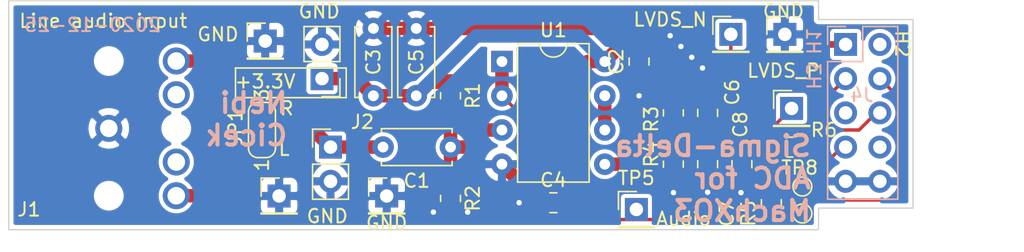
<source format=kicad_pcb>
(kicad_pcb (version 20171130) (host pcbnew 5.1.9-73d0e3b20d~88~ubuntu20.10.1)

  (general
    (thickness 1.6)
    (drawings 31)
    (tracks 112)
    (zones 0)
    (modules 29)
    (nets 14)
  )

  (page A4)
  (layers
    (0 F.Cu signal)
    (31 B.Cu signal)
    (32 B.Adhes user)
    (33 F.Adhes user)
    (34 B.Paste user)
    (35 F.Paste user)
    (36 B.SilkS user)
    (37 F.SilkS user)
    (38 B.Mask user)
    (39 F.Mask user)
    (40 Dwgs.User user)
    (41 Cmts.User user)
    (42 Eco1.User user)
    (43 Eco2.User user)
    (44 Edge.Cuts user)
    (45 Margin user)
    (46 B.CrtYd user)
    (47 F.CrtYd user)
    (48 B.Fab user)
    (49 F.Fab user)
  )

  (setup
    (last_trace_width 0.25)
    (user_trace_width 0.5)
    (user_trace_width 1)
    (trace_clearance 0.2)
    (zone_clearance 0.3)
    (zone_45_only no)
    (trace_min 0.2)
    (via_size 0.8)
    (via_drill 0.4)
    (via_min_size 0.4)
    (via_min_drill 0.3)
    (uvia_size 0.3)
    (uvia_drill 0.1)
    (uvias_allowed no)
    (uvia_min_size 0.2)
    (uvia_min_drill 0.1)
    (edge_width 0.05)
    (segment_width 0.2)
    (pcb_text_width 0.3)
    (pcb_text_size 1.5 1.5)
    (mod_edge_width 0.12)
    (mod_text_size 1 1)
    (mod_text_width 0.15)
    (pad_size 1.524 1.524)
    (pad_drill 0.762)
    (pad_to_mask_clearance 0)
    (aux_axis_origin 0 0)
    (visible_elements FFFFFF7F)
    (pcbplotparams
      (layerselection 0x010fc_ffffffff)
      (usegerberextensions false)
      (usegerberattributes true)
      (usegerberadvancedattributes true)
      (creategerberjobfile true)
      (excludeedgelayer true)
      (linewidth 0.100000)
      (plotframeref false)
      (viasonmask false)
      (mode 1)
      (useauxorigin false)
      (hpglpennumber 1)
      (hpglpenspeed 20)
      (hpglpendiameter 15.000000)
      (psnegative false)
      (psa4output false)
      (plotreference true)
      (plotvalue true)
      (plotinvisibletext false)
      (padsonsilk false)
      (subtractmaskfromsilk false)
      (outputformat 1)
      (mirror false)
      (drillshape 1)
      (scaleselection 1)
      (outputdirectory ""))
  )

  (net 0 "")
  (net 1 "Net-(C1-Pad2)")
  (net 2 "Net-(C1-Pad1)")
  (net 3 +3V3)
  (net 4 GND)
  (net 5 /LVDS_N)
  (net 6 /LVDS_P)
  (net 7 "Net-(J1-PadR)")
  (net 8 "Net-(J1-PadT)")
  (net 9 "Net-(R5-Pad2)")
  (net 10 "Net-(U1-Pad6)")
  (net 11 /SPI_MOSI)
  (net 12 /FB)
  (net 13 /SPI_CLK)

  (net_class Default "This is the default net class."
    (clearance 0.2)
    (trace_width 0.25)
    (via_dia 0.8)
    (via_drill 0.4)
    (uvia_dia 0.3)
    (uvia_drill 0.1)
    (add_net +3V3)
    (add_net /FB)
    (add_net /LVDS_N)
    (add_net /LVDS_P)
    (add_net /SPI_CLK)
    (add_net /SPI_MOSI)
    (add_net GND)
    (add_net "Net-(C1-Pad1)")
    (add_net "Net-(C1-Pad2)")
    (add_net "Net-(J1-PadR)")
    (add_net "Net-(J1-PadRN)")
    (add_net "Net-(J1-PadT)")
    (add_net "Net-(J1-PadTN)")
    (add_net "Net-(J4-Pad2)")
    (add_net "Net-(J4-Pad5)")
    (add_net "Net-(J4-Pad8)")
    (add_net "Net-(R5-Pad2)")
    (add_net "Net-(U1-Pad6)")
  )

  (module TestPoint:TestPoint_Pad_D1.0mm (layer F.Cu) (tedit 5A0F774F) (tstamp 5FE6CBC1)
    (at 151.8 107.8 180)
    (descr "SMD pad as test Point, diameter 1.0mm")
    (tags "test point SMD pad")
    (path /5FE87F09)
    (attr virtual)
    (fp_text reference TP9 (at -1.6 -1.8) (layer F.SilkS) hide
      (effects (font (size 1 1) (thickness 0.15)))
    )
    (fp_text value TestPoint (at 0 1.55) (layer F.Fab)
      (effects (font (size 1 1) (thickness 0.15)))
    )
    (fp_text user %R (at -2.4 -0.2) (layer F.Fab) hide
      (effects (font (size 1 1) (thickness 0.15)))
    )
    (fp_circle (center 0 0) (end 1 0) (layer F.CrtYd) (width 0.05))
    (fp_circle (center 0 0) (end 0 0.7) (layer F.SilkS) (width 0.12))
    (pad 1 smd circle (at 0 0 180) (size 1 1) (layers F.Cu F.Mask)
      (net 13 /SPI_CLK))
  )

  (module TestPoint:TestPoint_Pad_D1.0mm (layer F.Cu) (tedit 5A0F774F) (tstamp 5FE6CBB9)
    (at 151.8 105.8 180)
    (descr "SMD pad as test Point, diameter 1.0mm")
    (tags "test point SMD pad")
    (path /5FE87472)
    (attr virtual)
    (fp_text reference TP8 (at 0.2 1.4 180) (layer F.SilkS)
      (effects (font (size 1 1) (thickness 0.15)))
    )
    (fp_text value TestPoint (at 0 1.55) (layer F.Fab)
      (effects (font (size 1 1) (thickness 0.15)))
    )
    (fp_text user %R (at -1.4 0.4 90) (layer F.Fab)
      (effects (font (size 1 1) (thickness 0.15)))
    )
    (fp_circle (center 0 0) (end 1 0) (layer F.CrtYd) (width 0.05))
    (fp_circle (center 0 0) (end 0 0.7) (layer F.SilkS) (width 0.12))
    (pad 1 smd circle (at 0 0 180) (size 1 1) (layers F.Cu F.Mask)
      (net 11 /SPI_MOSI))
  )

  (module Connector_PinSocket_2.54mm:PinSocket_2x05_P2.54mm_Vertical (layer B.Cu) (tedit 5A19A42B) (tstamp 5FE74065)
    (at 155 95.25 180)
    (descr "Through hole straight socket strip, 2x05, 2.54mm pitch, double cols (from Kicad 4.0.7), script generated")
    (tags "Through hole socket strip THT 2x05 2.54mm double row")
    (path /5FFBA911)
    (fp_text reference J4 (at -1.2 -3.75) (layer B.SilkS)
      (effects (font (size 1 1) (thickness 0.15)) (justify mirror))
    )
    (fp_text value Conn_02x05_Counter_Clockwise (at -1.27 -12.93) (layer B.Fab)
      (effects (font (size 1 1) (thickness 0.15)) (justify mirror))
    )
    (fp_line (start -4.34 -11.9) (end -4.34 1.8) (layer B.CrtYd) (width 0.05))
    (fp_line (start 1.76 -11.9) (end -4.34 -11.9) (layer B.CrtYd) (width 0.05))
    (fp_line (start 1.76 1.8) (end 1.76 -11.9) (layer B.CrtYd) (width 0.05))
    (fp_line (start -4.34 1.8) (end 1.76 1.8) (layer B.CrtYd) (width 0.05))
    (fp_line (start 0 1.33) (end 1.33 1.33) (layer B.SilkS) (width 0.12))
    (fp_line (start 1.33 1.33) (end 1.33 0) (layer B.SilkS) (width 0.12))
    (fp_line (start -1.27 1.33) (end -1.27 -1.27) (layer B.SilkS) (width 0.12))
    (fp_line (start -1.27 -1.27) (end 1.33 -1.27) (layer B.SilkS) (width 0.12))
    (fp_line (start 1.33 -1.27) (end 1.33 -11.49) (layer B.SilkS) (width 0.12))
    (fp_line (start -3.87 -11.49) (end 1.33 -11.49) (layer B.SilkS) (width 0.12))
    (fp_line (start -3.87 1.33) (end -3.87 -11.49) (layer B.SilkS) (width 0.12))
    (fp_line (start -3.87 1.33) (end -1.27 1.33) (layer B.SilkS) (width 0.12))
    (fp_line (start -3.81 -11.43) (end -3.81 1.27) (layer B.Fab) (width 0.1))
    (fp_line (start 1.27 -11.43) (end -3.81 -11.43) (layer B.Fab) (width 0.1))
    (fp_line (start 1.27 0.27) (end 1.27 -11.43) (layer B.Fab) (width 0.1))
    (fp_line (start 0.27 1.27) (end 1.27 0.27) (layer B.Fab) (width 0.1))
    (fp_line (start -3.81 1.27) (end 0.27 1.27) (layer B.Fab) (width 0.1))
    (fp_text user %R (at -1.27 -5.08 270) (layer B.Fab)
      (effects (font (size 1 1) (thickness 0.15)) (justify mirror))
    )
    (pad 10 thru_hole oval (at -2.54 -10.16 180) (size 1.7 1.7) (drill 1) (layers *.Cu *.Mask)
      (net 4 GND))
    (pad 9 thru_hole oval (at 0 -10.16 180) (size 1.7 1.7) (drill 1) (layers *.Cu *.Mask)
      (net 4 GND))
    (pad 8 thru_hole oval (at -2.54 -7.62 180) (size 1.7 1.7) (drill 1) (layers *.Cu *.Mask))
    (pad 7 thru_hole oval (at 0 -7.62 180) (size 1.7 1.7) (drill 1) (layers *.Cu *.Mask)
      (net 11 /SPI_MOSI))
    (pad 6 thru_hole oval (at -2.54 -5.08 180) (size 1.7 1.7) (drill 1) (layers *.Cu *.Mask)
      (net 12 /FB))
    (pad 5 thru_hole oval (at 0 -5.08 180) (size 1.7 1.7) (drill 1) (layers *.Cu *.Mask))
    (pad 4 thru_hole oval (at -2.54 -2.54 180) (size 1.7 1.7) (drill 1) (layers *.Cu *.Mask)
      (net 13 /SPI_CLK))
    (pad 3 thru_hole oval (at 0 -2.54 180) (size 1.7 1.7) (drill 1) (layers *.Cu *.Mask)
      (net 6 /LVDS_P))
    (pad 2 thru_hole oval (at -2.54 0 180) (size 1.7 1.7) (drill 1) (layers *.Cu *.Mask))
    (pad 1 thru_hole rect (at 0 0 180) (size 1.7 1.7) (drill 1) (layers *.Cu *.Mask)
      (net 5 /LVDS_N))
    (model ${KISYS3DMOD}/Connector_PinSocket_2.54mm.3dshapes/PinSocket_2x05_P2.54mm_Vertical.wrl
      (at (xyz 0 0 0))
      (scale (xyz 1 1 1))
      (rotate (xyz 0 0 0))
    )
  )

  (module sigma_delta_adc_board:STX-3120-5B (layer F.Cu) (tedit 5FE67B79) (tstamp 5FE6FE7F)
    (at 105.41 93.98)
    (path /5FE66345)
    (fp_text reference J1 (at -10.91 13.52) (layer F.SilkS)
      (effects (font (size 1 1) (thickness 0.15)))
    )
    (fp_text value AudioJack3_Ground_SwitchTR (at 0 -0.5) (layer F.Fab)
      (effects (font (size 1 1) (thickness 0.15)))
    )
    (fp_line (start -13 10) (end -9 10) (layer F.CrtYd) (width 0.12))
    (fp_line (start -13 5) (end -9 5) (layer F.CrtYd) (width 0.12))
    (fp_line (start -13 10) (end -13 5) (layer F.CrtYd) (width 0.12))
    (fp_line (start -9 1.5) (end -9 13.5) (layer F.CrtYd) (width 0.12))
    (fp_line (start 3.5 13.5) (end -9 13.5) (layer F.CrtYd) (width 0.12))
    (fp_line (start 3.5 1.5) (end 3.5 13.5) (layer F.CrtYd) (width 0.12))
    (fp_line (start -9 1.5) (end 3.5 1.5) (layer F.CrtYd) (width 0.12))
    (pad "" np_thru_hole circle (at -5 12.5) (size 1.6 1.6) (drill 1.6) (layers *.Cu *.Mask))
    (pad "" np_thru_hole circle (at -5 2.5) (size 1.6 1.6) (drill 1.6) (layers *.Cu *.Mask))
    (pad S thru_hole circle (at -5 7.5) (size 2 2) (drill 1.3) (layers *.Cu *.Mask)
      (net 4 GND))
    (pad T thru_hole circle (at 0 12.5) (size 2 2) (drill 1.3) (layers *.Cu *.Mask)
      (net 8 "Net-(J1-PadT)"))
    (pad TN thru_hole circle (at 0 10) (size 2 2) (drill 1.3) (layers *.Cu *.Mask))
    (pad "" np_thru_hole circle (at 0 7.5) (size 1.6 1.6) (drill 1.6) (layers *.Cu *.Mask))
    (pad RN thru_hole circle (at 0 5) (size 2 2) (drill 1.3) (layers *.Cu *.Mask))
    (pad R thru_hole circle (at 0 2.5) (size 2 2) (drill 1.3) (layers *.Cu *.Mask)
      (net 7 "Net-(J1-PadR)"))
  )

  (module Capacitor_THT:C_Disc_D5.0mm_W2.5mm_P5.00mm (layer F.Cu) (tedit 5AE50EF0) (tstamp 5FE6FE2C)
    (at 123.19 99.06 90)
    (descr "C, Disc series, Radial, pin pitch=5.00mm, , diameter*width=5*2.5mm^2, Capacitor, http://cdn-reichelt.de/documents/datenblatt/B300/DS_KERKO_TC.pdf")
    (tags "C Disc series Radial pin pitch 5.00mm  diameter 5mm width 2.5mm Capacitor")
    (path /5FF89958)
    (fp_text reference C5 (at 2.5 0 90) (layer F.SilkS)
      (effects (font (size 1 1) (thickness 0.15)))
    )
    (fp_text value C (at 2.5 2.5 90) (layer F.Fab)
      (effects (font (size 1 1) (thickness 0.15)))
    )
    (fp_line (start 6.05 -1.5) (end -1.05 -1.5) (layer F.CrtYd) (width 0.05))
    (fp_line (start 6.05 1.5) (end 6.05 -1.5) (layer F.CrtYd) (width 0.05))
    (fp_line (start -1.05 1.5) (end 6.05 1.5) (layer F.CrtYd) (width 0.05))
    (fp_line (start -1.05 -1.5) (end -1.05 1.5) (layer F.CrtYd) (width 0.05))
    (fp_line (start 5.12 1.055) (end 5.12 1.37) (layer F.SilkS) (width 0.12))
    (fp_line (start 5.12 -1.37) (end 5.12 -1.055) (layer F.SilkS) (width 0.12))
    (fp_line (start -0.12 1.055) (end -0.12 1.37) (layer F.SilkS) (width 0.12))
    (fp_line (start -0.12 -1.37) (end -0.12 -1.055) (layer F.SilkS) (width 0.12))
    (fp_line (start -0.12 1.37) (end 5.12 1.37) (layer F.SilkS) (width 0.12))
    (fp_line (start -0.12 -1.37) (end 5.12 -1.37) (layer F.SilkS) (width 0.12))
    (fp_line (start 5 -1.25) (end 0 -1.25) (layer F.Fab) (width 0.1))
    (fp_line (start 5 1.25) (end 5 -1.25) (layer F.Fab) (width 0.1))
    (fp_line (start 0 1.25) (end 5 1.25) (layer F.Fab) (width 0.1))
    (fp_line (start 0 -1.25) (end 0 1.25) (layer F.Fab) (width 0.1))
    (fp_text user %R (at 2.5 0 90) (layer F.Fab)
      (effects (font (size 1 1) (thickness 0.15)))
    )
    (pad 2 thru_hole circle (at 5 0 90) (size 1.6 1.6) (drill 0.8) (layers *.Cu *.Mask)
      (net 4 GND))
    (pad 1 thru_hole circle (at 0 0 90) (size 1.6 1.6) (drill 0.8) (layers *.Cu *.Mask)
      (net 3 +3V3))
    (model ${KISYS3DMOD}/Capacitor_THT.3dshapes/C_Disc_D5.0mm_W2.5mm_P5.00mm.wrl
      (at (xyz 0 0 0))
      (scale (xyz 1 1 1))
      (rotate (xyz 0 0 0))
    )
  )

  (module Capacitor_THT:C_Disc_D5.0mm_W2.5mm_P5.00mm (layer F.Cu) (tedit 5AE50EF0) (tstamp 5FE6FE07)
    (at 120.015 99.06 90)
    (descr "C, Disc series, Radial, pin pitch=5.00mm, , diameter*width=5*2.5mm^2, Capacitor, http://cdn-reichelt.de/documents/datenblatt/B300/DS_KERKO_TC.pdf")
    (tags "C Disc series Radial pin pitch 5.00mm  diameter 5mm width 2.5mm Capacitor")
    (path /5FF89115)
    (fp_text reference C3 (at 2.5 0 90) (layer F.SilkS)
      (effects (font (size 1 1) (thickness 0.15)))
    )
    (fp_text value 10u (at 2.5 2.5 90) (layer F.Fab)
      (effects (font (size 1 1) (thickness 0.15)))
    )
    (fp_line (start 6.05 -1.5) (end -1.05 -1.5) (layer F.CrtYd) (width 0.05))
    (fp_line (start 6.05 1.5) (end 6.05 -1.5) (layer F.CrtYd) (width 0.05))
    (fp_line (start -1.05 1.5) (end 6.05 1.5) (layer F.CrtYd) (width 0.05))
    (fp_line (start -1.05 -1.5) (end -1.05 1.5) (layer F.CrtYd) (width 0.05))
    (fp_line (start 5.12 1.055) (end 5.12 1.37) (layer F.SilkS) (width 0.12))
    (fp_line (start 5.12 -1.37) (end 5.12 -1.055) (layer F.SilkS) (width 0.12))
    (fp_line (start -0.12 1.055) (end -0.12 1.37) (layer F.SilkS) (width 0.12))
    (fp_line (start -0.12 -1.37) (end -0.12 -1.055) (layer F.SilkS) (width 0.12))
    (fp_line (start -0.12 1.37) (end 5.12 1.37) (layer F.SilkS) (width 0.12))
    (fp_line (start -0.12 -1.37) (end 5.12 -1.37) (layer F.SilkS) (width 0.12))
    (fp_line (start 5 -1.25) (end 0 -1.25) (layer F.Fab) (width 0.1))
    (fp_line (start 5 1.25) (end 5 -1.25) (layer F.Fab) (width 0.1))
    (fp_line (start 0 1.25) (end 5 1.25) (layer F.Fab) (width 0.1))
    (fp_line (start 0 -1.25) (end 0 1.25) (layer F.Fab) (width 0.1))
    (fp_text user %R (at 2.5 0 90) (layer F.Fab)
      (effects (font (size 1 1) (thickness 0.15)))
    )
    (pad 2 thru_hole circle (at 5 0 90) (size 1.6 1.6) (drill 0.8) (layers *.Cu *.Mask)
      (net 4 GND))
    (pad 1 thru_hole circle (at 0 0 90) (size 1.6 1.6) (drill 0.8) (layers *.Cu *.Mask)
      (net 3 +3V3))
    (model ${KISYS3DMOD}/Capacitor_THT.3dshapes/C_Disc_D5.0mm_W2.5mm_P5.00mm.wrl
      (at (xyz 0 0 0))
      (scale (xyz 1 1 1))
      (rotate (xyz 0 0 0))
    )
  )

  (module Package_DIP:DIP-8_W7.62mm (layer F.Cu) (tedit 5A02E8C5) (tstamp 5FE6D620)
    (at 129.54 96.52)
    (descr "8-lead though-hole mounted DIP package, row spacing 7.62 mm (300 mils)")
    (tags "THT DIP DIL PDIP 2.54mm 7.62mm 300mil")
    (path /5FE6BF23)
    (fp_text reference U1 (at 3.81 -2.33) (layer F.SilkS)
      (effects (font (size 1 1) (thickness 0.15)))
    )
    (fp_text value MCP6002-xP (at 3.81 9.95) (layer F.Fab)
      (effects (font (size 1 1) (thickness 0.15)))
    )
    (fp_line (start 8.7 -1.55) (end -1.1 -1.55) (layer F.CrtYd) (width 0.05))
    (fp_line (start 8.7 9.15) (end 8.7 -1.55) (layer F.CrtYd) (width 0.05))
    (fp_line (start -1.1 9.15) (end 8.7 9.15) (layer F.CrtYd) (width 0.05))
    (fp_line (start -1.1 -1.55) (end -1.1 9.15) (layer F.CrtYd) (width 0.05))
    (fp_line (start 6.46 -1.33) (end 4.81 -1.33) (layer F.SilkS) (width 0.12))
    (fp_line (start 6.46 8.95) (end 6.46 -1.33) (layer F.SilkS) (width 0.12))
    (fp_line (start 1.16 8.95) (end 6.46 8.95) (layer F.SilkS) (width 0.12))
    (fp_line (start 1.16 -1.33) (end 1.16 8.95) (layer F.SilkS) (width 0.12))
    (fp_line (start 2.81 -1.33) (end 1.16 -1.33) (layer F.SilkS) (width 0.12))
    (fp_line (start 0.635 -0.27) (end 1.635 -1.27) (layer F.Fab) (width 0.1))
    (fp_line (start 0.635 8.89) (end 0.635 -0.27) (layer F.Fab) (width 0.1))
    (fp_line (start 6.985 8.89) (end 0.635 8.89) (layer F.Fab) (width 0.1))
    (fp_line (start 6.985 -1.27) (end 6.985 8.89) (layer F.Fab) (width 0.1))
    (fp_line (start 1.635 -1.27) (end 6.985 -1.27) (layer F.Fab) (width 0.1))
    (fp_text user %R (at 3.81 3.81) (layer F.Fab)
      (effects (font (size 1 1) (thickness 0.15)))
    )
    (fp_arc (start 3.81 -1.33) (end 2.81 -1.33) (angle -180) (layer F.SilkS) (width 0.12))
    (pad 8 thru_hole oval (at 7.62 0) (size 1.6 1.6) (drill 0.8) (layers *.Cu *.Mask)
      (net 3 +3V3))
    (pad 4 thru_hole oval (at 0 7.62) (size 1.6 1.6) (drill 0.8) (layers *.Cu *.Mask)
      (net 4 GND))
    (pad 7 thru_hole oval (at 7.62 2.54) (size 1.6 1.6) (drill 0.8) (layers *.Cu *.Mask)
      (net 10 "Net-(U1-Pad6)"))
    (pad 3 thru_hole oval (at 0 5.08) (size 1.6 1.6) (drill 0.8) (layers *.Cu *.Mask)
      (net 2 "Net-(C1-Pad1)"))
    (pad 6 thru_hole oval (at 7.62 5.08) (size 1.6 1.6) (drill 0.8) (layers *.Cu *.Mask)
      (net 10 "Net-(U1-Pad6)"))
    (pad 2 thru_hole oval (at 0 2.54) (size 1.6 1.6) (drill 0.8) (layers *.Cu *.Mask)
      (net 9 "Net-(R5-Pad2)"))
    (pad 5 thru_hole oval (at 7.62 7.62) (size 1.6 1.6) (drill 0.8) (layers *.Cu *.Mask)
      (net 5 /LVDS_N))
    (pad 1 thru_hole rect (at 0 0) (size 1.6 1.6) (drill 0.8) (layers *.Cu *.Mask)
      (net 9 "Net-(R5-Pad2)"))
    (model ${KISYS3DMOD}/Package_DIP.3dshapes/DIP-8_W7.62mm.wrl
      (at (xyz 0 0 0))
      (scale (xyz 1 1 1))
      (rotate (xyz 0 0 0))
    )
  )

  (module Connector_PinHeader_2.54mm:PinHeader_1x01_P2.54mm_Vertical (layer F.Cu) (tedit 59FED5CC) (tstamp 5FE6D604)
    (at 146.5 94.5)
    (descr "Through hole straight pin header, 1x01, 2.54mm pitch, single row")
    (tags "Through hole pin header THT 1x01 2.54mm single row")
    (path /5FEBAB05)
    (fp_text reference TP7 (at -3.3 -0.9) (layer F.SilkS) hide
      (effects (font (size 1 1) (thickness 0.15)))
    )
    (fp_text value TestPoint (at 0 2.33) (layer F.Fab)
      (effects (font (size 1 1) (thickness 0.15)))
    )
    (fp_line (start 1.8 -1.8) (end -1.8 -1.8) (layer F.CrtYd) (width 0.05))
    (fp_line (start 1.8 1.8) (end 1.8 -1.8) (layer F.CrtYd) (width 0.05))
    (fp_line (start -1.8 1.8) (end 1.8 1.8) (layer F.CrtYd) (width 0.05))
    (fp_line (start -1.8 -1.8) (end -1.8 1.8) (layer F.CrtYd) (width 0.05))
    (fp_line (start -1.33 -1.33) (end 0 -1.33) (layer F.SilkS) (width 0.12))
    (fp_line (start -1.33 0) (end -1.33 -1.33) (layer F.SilkS) (width 0.12))
    (fp_line (start -1.33 1.27) (end 1.33 1.27) (layer F.SilkS) (width 0.12))
    (fp_line (start 1.33 1.27) (end 1.33 1.33) (layer F.SilkS) (width 0.12))
    (fp_line (start -1.33 1.27) (end -1.33 1.33) (layer F.SilkS) (width 0.12))
    (fp_line (start -1.33 1.33) (end 1.33 1.33) (layer F.SilkS) (width 0.12))
    (fp_line (start -1.27 -0.635) (end -0.635 -1.27) (layer F.Fab) (width 0.1))
    (fp_line (start -1.27 1.27) (end -1.27 -0.635) (layer F.Fab) (width 0.1))
    (fp_line (start 1.27 1.27) (end -1.27 1.27) (layer F.Fab) (width 0.1))
    (fp_line (start 1.27 -1.27) (end 1.27 1.27) (layer F.Fab) (width 0.1))
    (fp_line (start -0.635 -1.27) (end 1.27 -1.27) (layer F.Fab) (width 0.1))
    (fp_text user %R (at 0 0 90) (layer F.Fab)
      (effects (font (size 1 1) (thickness 0.15)))
    )
    (pad 1 thru_hole rect (at 0 0) (size 1.7 1.7) (drill 1) (layers *.Cu *.Mask)
      (net 5 /LVDS_N))
    (model ${KISYS3DMOD}/Connector_PinHeader_2.54mm.3dshapes/PinHeader_1x01_P2.54mm_Vertical.wrl
      (at (xyz 0 0 0))
      (scale (xyz 1 1 1))
      (rotate (xyz 0 0 0))
    )
  )

  (module Connector_PinHeader_2.54mm:PinHeader_1x01_P2.54mm_Vertical (layer F.Cu) (tedit 59FED5CC) (tstamp 5FE6CE5F)
    (at 151 100)
    (descr "Through hole straight pin header, 1x01, 2.54mm pitch, single row")
    (tags "Through hole pin header THT 1x01 2.54mm single row")
    (path /5FEBA2E9)
    (fp_text reference TP6 (at 0 -2.33) (layer F.SilkS) hide
      (effects (font (size 1 1) (thickness 0.15)))
    )
    (fp_text value TestPoint (at 0 2.33) (layer F.Fab)
      (effects (font (size 1 1) (thickness 0.15)))
    )
    (fp_line (start 1.8 -1.8) (end -1.8 -1.8) (layer F.CrtYd) (width 0.05))
    (fp_line (start 1.8 1.8) (end 1.8 -1.8) (layer F.CrtYd) (width 0.05))
    (fp_line (start -1.8 1.8) (end 1.8 1.8) (layer F.CrtYd) (width 0.05))
    (fp_line (start -1.8 -1.8) (end -1.8 1.8) (layer F.CrtYd) (width 0.05))
    (fp_line (start -1.33 -1.33) (end 0 -1.33) (layer F.SilkS) (width 0.12))
    (fp_line (start -1.33 0) (end -1.33 -1.33) (layer F.SilkS) (width 0.12))
    (fp_line (start -1.33 1.27) (end 1.33 1.27) (layer F.SilkS) (width 0.12))
    (fp_line (start 1.33 1.27) (end 1.33 1.33) (layer F.SilkS) (width 0.12))
    (fp_line (start -1.33 1.27) (end -1.33 1.33) (layer F.SilkS) (width 0.12))
    (fp_line (start -1.33 1.33) (end 1.33 1.33) (layer F.SilkS) (width 0.12))
    (fp_line (start -1.27 -0.635) (end -0.635 -1.27) (layer F.Fab) (width 0.1))
    (fp_line (start -1.27 1.27) (end -1.27 -0.635) (layer F.Fab) (width 0.1))
    (fp_line (start 1.27 1.27) (end -1.27 1.27) (layer F.Fab) (width 0.1))
    (fp_line (start 1.27 -1.27) (end 1.27 1.27) (layer F.Fab) (width 0.1))
    (fp_line (start -0.635 -1.27) (end 1.27 -1.27) (layer F.Fab) (width 0.1))
    (fp_text user %R (at 0 0 90) (layer F.Fab)
      (effects (font (size 1 1) (thickness 0.15)))
    )
    (pad 1 thru_hole rect (at 0 0) (size 1.7 1.7) (drill 1) (layers *.Cu *.Mask)
      (net 6 /LVDS_P))
    (model ${KISYS3DMOD}/Connector_PinHeader_2.54mm.3dshapes/PinHeader_1x01_P2.54mm_Vertical.wrl
      (at (xyz 0 0 0))
      (scale (xyz 1 1 1))
      (rotate (xyz 0 0 0))
    )
  )

  (module Connector_PinHeader_2.54mm:PinHeader_1x01_P2.54mm_Vertical (layer F.Cu) (tedit 59FED5CC) (tstamp 5FE6D5DA)
    (at 139.5 107.5)
    (descr "Through hole straight pin header, 1x01, 2.54mm pitch, single row")
    (tags "Through hole pin header THT 1x01 2.54mm single row")
    (path /5FEB9DB6)
    (fp_text reference TP5 (at 0 -2.33) (layer F.SilkS)
      (effects (font (size 1 1) (thickness 0.15)))
    )
    (fp_text value TestPoint (at 0 2.33) (layer F.Fab)
      (effects (font (size 1 1) (thickness 0.15)))
    )
    (fp_line (start 1.8 -1.8) (end -1.8 -1.8) (layer F.CrtYd) (width 0.05))
    (fp_line (start 1.8 1.8) (end 1.8 -1.8) (layer F.CrtYd) (width 0.05))
    (fp_line (start -1.8 1.8) (end 1.8 1.8) (layer F.CrtYd) (width 0.05))
    (fp_line (start -1.8 -1.8) (end -1.8 1.8) (layer F.CrtYd) (width 0.05))
    (fp_line (start -1.33 -1.33) (end 0 -1.33) (layer F.SilkS) (width 0.12))
    (fp_line (start -1.33 0) (end -1.33 -1.33) (layer F.SilkS) (width 0.12))
    (fp_line (start -1.33 1.27) (end 1.33 1.27) (layer F.SilkS) (width 0.12))
    (fp_line (start 1.33 1.27) (end 1.33 1.33) (layer F.SilkS) (width 0.12))
    (fp_line (start -1.33 1.27) (end -1.33 1.33) (layer F.SilkS) (width 0.12))
    (fp_line (start -1.33 1.33) (end 1.33 1.33) (layer F.SilkS) (width 0.12))
    (fp_line (start -1.27 -0.635) (end -0.635 -1.27) (layer F.Fab) (width 0.1))
    (fp_line (start -1.27 1.27) (end -1.27 -0.635) (layer F.Fab) (width 0.1))
    (fp_line (start 1.27 1.27) (end -1.27 1.27) (layer F.Fab) (width 0.1))
    (fp_line (start 1.27 -1.27) (end 1.27 1.27) (layer F.Fab) (width 0.1))
    (fp_line (start -0.635 -1.27) (end 1.27 -1.27) (layer F.Fab) (width 0.1))
    (fp_text user %R (at 0 0 90) (layer F.Fab)
      (effects (font (size 1 1) (thickness 0.15)))
    )
    (pad 1 thru_hole rect (at 0 0) (size 1.7 1.7) (drill 1) (layers *.Cu *.Mask)
      (net 9 "Net-(R5-Pad2)"))
    (model ${KISYS3DMOD}/Connector_PinHeader_2.54mm.3dshapes/PinHeader_1x01_P2.54mm_Vertical.wrl
      (at (xyz 0 0 0))
      (scale (xyz 1 1 1))
      (rotate (xyz 0 0 0))
    )
  )

  (module Connector_PinHeader_2.54mm:PinHeader_1x01_P2.54mm_Vertical (layer F.Cu) (tedit 59FED5CC) (tstamp 5FE6D5C5)
    (at 121 106.5)
    (descr "Through hole straight pin header, 1x01, 2.54mm pitch, single row")
    (tags "Through hole pin header THT 1x01 2.54mm single row")
    (path /5FEEBC9E)
    (fp_text reference TP4 (at 0 -2.33) (layer F.SilkS) hide
      (effects (font (size 1 1) (thickness 0.15)))
    )
    (fp_text value TestPoint (at 0 2.33) (layer F.Fab)
      (effects (font (size 1 1) (thickness 0.15)))
    )
    (fp_text user %R (at 0 0 90) (layer F.Fab)
      (effects (font (size 1 1) (thickness 0.15)))
    )
    (fp_line (start -0.635 -1.27) (end 1.27 -1.27) (layer F.Fab) (width 0.1))
    (fp_line (start 1.27 -1.27) (end 1.27 1.27) (layer F.Fab) (width 0.1))
    (fp_line (start 1.27 1.27) (end -1.27 1.27) (layer F.Fab) (width 0.1))
    (fp_line (start -1.27 1.27) (end -1.27 -0.635) (layer F.Fab) (width 0.1))
    (fp_line (start -1.27 -0.635) (end -0.635 -1.27) (layer F.Fab) (width 0.1))
    (fp_line (start -1.33 1.33) (end 1.33 1.33) (layer F.SilkS) (width 0.12))
    (fp_line (start -1.33 1.27) (end -1.33 1.33) (layer F.SilkS) (width 0.12))
    (fp_line (start 1.33 1.27) (end 1.33 1.33) (layer F.SilkS) (width 0.12))
    (fp_line (start -1.33 1.27) (end 1.33 1.27) (layer F.SilkS) (width 0.12))
    (fp_line (start -1.33 0) (end -1.33 -1.33) (layer F.SilkS) (width 0.12))
    (fp_line (start -1.33 -1.33) (end 0 -1.33) (layer F.SilkS) (width 0.12))
    (fp_line (start -1.8 -1.8) (end -1.8 1.8) (layer F.CrtYd) (width 0.05))
    (fp_line (start -1.8 1.8) (end 1.8 1.8) (layer F.CrtYd) (width 0.05))
    (fp_line (start 1.8 1.8) (end 1.8 -1.8) (layer F.CrtYd) (width 0.05))
    (fp_line (start 1.8 -1.8) (end -1.8 -1.8) (layer F.CrtYd) (width 0.05))
    (pad 1 thru_hole rect (at 0 0) (size 1.7 1.7) (drill 1) (layers *.Cu *.Mask)
      (net 4 GND))
    (model ${KISYS3DMOD}/Connector_PinHeader_2.54mm.3dshapes/PinHeader_1x01_P2.54mm_Vertical.wrl
      (at (xyz 0 0 0))
      (scale (xyz 1 1 1))
      (rotate (xyz 0 0 0))
    )
  )

  (module Connector_PinHeader_2.54mm:PinHeader_1x01_P2.54mm_Vertical (layer F.Cu) (tedit 59FED5CC) (tstamp 5FE6D5B0)
    (at 150.5 94.5)
    (descr "Through hole straight pin header, 1x01, 2.54mm pitch, single row")
    (tags "Through hole pin header THT 1x01 2.54mm single row")
    (path /5FEEBACC)
    (fp_text reference TP3 (at 0 -2.33) (layer F.SilkS) hide
      (effects (font (size 1 1) (thickness 0.15)))
    )
    (fp_text value TestPoint (at 0 2.33) (layer F.Fab)
      (effects (font (size 1 1) (thickness 0.15)))
    )
    (fp_line (start 1.8 -1.8) (end -1.8 -1.8) (layer F.CrtYd) (width 0.05))
    (fp_line (start 1.8 1.8) (end 1.8 -1.8) (layer F.CrtYd) (width 0.05))
    (fp_line (start -1.8 1.8) (end 1.8 1.8) (layer F.CrtYd) (width 0.05))
    (fp_line (start -1.8 -1.8) (end -1.8 1.8) (layer F.CrtYd) (width 0.05))
    (fp_line (start -1.33 -1.33) (end 0 -1.33) (layer F.SilkS) (width 0.12))
    (fp_line (start -1.33 0) (end -1.33 -1.33) (layer F.SilkS) (width 0.12))
    (fp_line (start -1.33 1.27) (end 1.33 1.27) (layer F.SilkS) (width 0.12))
    (fp_line (start 1.33 1.27) (end 1.33 1.33) (layer F.SilkS) (width 0.12))
    (fp_line (start -1.33 1.27) (end -1.33 1.33) (layer F.SilkS) (width 0.12))
    (fp_line (start -1.33 1.33) (end 1.33 1.33) (layer F.SilkS) (width 0.12))
    (fp_line (start -1.27 -0.635) (end -0.635 -1.27) (layer F.Fab) (width 0.1))
    (fp_line (start -1.27 1.27) (end -1.27 -0.635) (layer F.Fab) (width 0.1))
    (fp_line (start 1.27 1.27) (end -1.27 1.27) (layer F.Fab) (width 0.1))
    (fp_line (start 1.27 -1.27) (end 1.27 1.27) (layer F.Fab) (width 0.1))
    (fp_line (start -0.635 -1.27) (end 1.27 -1.27) (layer F.Fab) (width 0.1))
    (fp_text user %R (at 0 0 90) (layer F.Fab)
      (effects (font (size 1 1) (thickness 0.15)))
    )
    (pad 1 thru_hole rect (at 0 0) (size 1.7 1.7) (drill 1) (layers *.Cu *.Mask)
      (net 4 GND))
    (model ${KISYS3DMOD}/Connector_PinHeader_2.54mm.3dshapes/PinHeader_1x01_P2.54mm_Vertical.wrl
      (at (xyz 0 0 0))
      (scale (xyz 1 1 1))
      (rotate (xyz 0 0 0))
    )
  )

  (module Connector_PinHeader_2.54mm:PinHeader_1x01_P2.54mm_Vertical (layer F.Cu) (tedit 59FED5CC) (tstamp 5FE6D59B)
    (at 113.03 106.5)
    (descr "Through hole straight pin header, 1x01, 2.54mm pitch, single row")
    (tags "Through hole pin header THT 1x01 2.54mm single row")
    (path /5FEEB0B2)
    (fp_text reference TP2 (at -3.23 1.5) (layer F.SilkS) hide
      (effects (font (size 1 1) (thickness 0.15)))
    )
    (fp_text value TestPoint (at 0 2.33) (layer F.Fab)
      (effects (font (size 1 1) (thickness 0.15)))
    )
    (fp_line (start 1.8 -1.8) (end -1.8 -1.8) (layer F.CrtYd) (width 0.05))
    (fp_line (start 1.8 1.8) (end 1.8 -1.8) (layer F.CrtYd) (width 0.05))
    (fp_line (start -1.8 1.8) (end 1.8 1.8) (layer F.CrtYd) (width 0.05))
    (fp_line (start -1.8 -1.8) (end -1.8 1.8) (layer F.CrtYd) (width 0.05))
    (fp_line (start -1.33 -1.33) (end 0 -1.33) (layer F.SilkS) (width 0.12))
    (fp_line (start -1.33 0) (end -1.33 -1.33) (layer F.SilkS) (width 0.12))
    (fp_line (start -1.33 1.27) (end 1.33 1.27) (layer F.SilkS) (width 0.12))
    (fp_line (start 1.33 1.27) (end 1.33 1.33) (layer F.SilkS) (width 0.12))
    (fp_line (start -1.33 1.27) (end -1.33 1.33) (layer F.SilkS) (width 0.12))
    (fp_line (start -1.33 1.33) (end 1.33 1.33) (layer F.SilkS) (width 0.12))
    (fp_line (start -1.27 -0.635) (end -0.635 -1.27) (layer F.Fab) (width 0.1))
    (fp_line (start -1.27 1.27) (end -1.27 -0.635) (layer F.Fab) (width 0.1))
    (fp_line (start 1.27 1.27) (end -1.27 1.27) (layer F.Fab) (width 0.1))
    (fp_line (start 1.27 -1.27) (end 1.27 1.27) (layer F.Fab) (width 0.1))
    (fp_line (start -0.635 -1.27) (end 1.27 -1.27) (layer F.Fab) (width 0.1))
    (fp_text user %R (at 0 0 90) (layer F.Fab)
      (effects (font (size 1 1) (thickness 0.15)))
    )
    (pad 1 thru_hole rect (at 0 0) (size 1.7 1.7) (drill 1) (layers *.Cu *.Mask)
      (net 4 GND))
    (model ${KISYS3DMOD}/Connector_PinHeader_2.54mm.3dshapes/PinHeader_1x01_P2.54mm_Vertical.wrl
      (at (xyz 0 0 0))
      (scale (xyz 1 1 1))
      (rotate (xyz 0 0 0))
    )
  )

  (module Connector_PinHeader_2.54mm:PinHeader_1x01_P2.54mm_Vertical (layer F.Cu) (tedit 59FED5CC) (tstamp 5FE6D586)
    (at 112 95)
    (descr "Through hole straight pin header, 1x01, 2.54mm pitch, single row")
    (tags "Through hole pin header THT 1x01 2.54mm single row")
    (path /5FEEA4B8)
    (fp_text reference TP1 (at -3.5 -0.5) (layer F.SilkS) hide
      (effects (font (size 1 1) (thickness 0.15)))
    )
    (fp_text value TestPoint (at 0 2.33) (layer F.Fab)
      (effects (font (size 1 1) (thickness 0.15)))
    )
    (fp_line (start 1.8 -1.8) (end -1.8 -1.8) (layer F.CrtYd) (width 0.05))
    (fp_line (start 1.8 1.8) (end 1.8 -1.8) (layer F.CrtYd) (width 0.05))
    (fp_line (start -1.8 1.8) (end 1.8 1.8) (layer F.CrtYd) (width 0.05))
    (fp_line (start -1.8 -1.8) (end -1.8 1.8) (layer F.CrtYd) (width 0.05))
    (fp_line (start -1.33 -1.33) (end 0 -1.33) (layer F.SilkS) (width 0.12))
    (fp_line (start -1.33 0) (end -1.33 -1.33) (layer F.SilkS) (width 0.12))
    (fp_line (start -1.33 1.27) (end 1.33 1.27) (layer F.SilkS) (width 0.12))
    (fp_line (start 1.33 1.27) (end 1.33 1.33) (layer F.SilkS) (width 0.12))
    (fp_line (start -1.33 1.27) (end -1.33 1.33) (layer F.SilkS) (width 0.12))
    (fp_line (start -1.33 1.33) (end 1.33 1.33) (layer F.SilkS) (width 0.12))
    (fp_line (start -1.27 -0.635) (end -0.635 -1.27) (layer F.Fab) (width 0.1))
    (fp_line (start -1.27 1.27) (end -1.27 -0.635) (layer F.Fab) (width 0.1))
    (fp_line (start 1.27 1.27) (end -1.27 1.27) (layer F.Fab) (width 0.1))
    (fp_line (start 1.27 -1.27) (end 1.27 1.27) (layer F.Fab) (width 0.1))
    (fp_line (start -0.635 -1.27) (end 1.27 -1.27) (layer F.Fab) (width 0.1))
    (fp_text user %R (at 0 0 90) (layer F.Fab)
      (effects (font (size 1 1) (thickness 0.15)))
    )
    (pad 1 thru_hole rect (at 0 0) (size 1.7 1.7) (drill 1) (layers *.Cu *.Mask)
      (net 4 GND))
    (model ${KISYS3DMOD}/Connector_PinHeader_2.54mm.3dshapes/PinHeader_1x01_P2.54mm_Vertical.wrl
      (at (xyz 0 0 0))
      (scale (xyz 1 1 1))
      (rotate (xyz 0 0 0))
    )
  )

  (module Resistor_SMD:R_0805_2012Metric_Pad1.20x1.40mm_HandSolder (layer F.Cu) (tedit 5F68FEEE) (tstamp 5FE6DF7F)
    (at 150.86 102.87 180)
    (descr "Resistor SMD 0805 (2012 Metric), square (rectangular) end terminal, IPC_7351 nominal with elongated pad for handsoldering. (Body size source: IPC-SM-782 page 72, https://www.pcb-3d.com/wordpress/wp-content/uploads/ipc-sm-782a_amendment_1_and_2.pdf), generated with kicad-footprint-generator")
    (tags "resistor handsolder")
    (path /5FE9EC79)
    (attr smd)
    (fp_text reference R6 (at -2.54 1.27) (layer F.SilkS)
      (effects (font (size 1 1) (thickness 0.15)))
    )
    (fp_text value R (at 0 1.65) (layer F.Fab)
      (effects (font (size 1 1) (thickness 0.15)))
    )
    (fp_line (start 1.85 0.95) (end -1.85 0.95) (layer F.CrtYd) (width 0.05))
    (fp_line (start 1.85 -0.95) (end 1.85 0.95) (layer F.CrtYd) (width 0.05))
    (fp_line (start -1.85 -0.95) (end 1.85 -0.95) (layer F.CrtYd) (width 0.05))
    (fp_line (start -1.85 0.95) (end -1.85 -0.95) (layer F.CrtYd) (width 0.05))
    (fp_line (start -0.227064 0.735) (end 0.227064 0.735) (layer F.SilkS) (width 0.12))
    (fp_line (start -0.227064 -0.735) (end 0.227064 -0.735) (layer F.SilkS) (width 0.12))
    (fp_line (start 1 0.625) (end -1 0.625) (layer F.Fab) (width 0.1))
    (fp_line (start 1 -0.625) (end 1 0.625) (layer F.Fab) (width 0.1))
    (fp_line (start -1 -0.625) (end 1 -0.625) (layer F.Fab) (width 0.1))
    (fp_line (start -1 0.625) (end -1 -0.625) (layer F.Fab) (width 0.1))
    (fp_text user %R (at 0 0) (layer F.Fab)
      (effects (font (size 0.5 0.5) (thickness 0.08)))
    )
    (pad 2 smd roundrect (at 1 0 180) (size 1.2 1.4) (layers F.Cu F.Paste F.Mask) (roundrect_rratio 0.208333)
      (net 6 /LVDS_P))
    (pad 1 smd roundrect (at -1 0 180) (size 1.2 1.4) (layers F.Cu F.Paste F.Mask) (roundrect_rratio 0.208333)
      (net 12 /FB))
    (model ${KISYS3DMOD}/Resistor_SMD.3dshapes/R_0805_2012Metric.wrl
      (at (xyz 0 0 0))
      (scale (xyz 1 1 1))
      (rotate (xyz 0 0 0))
    )
  )

  (module Resistor_SMD:R_0805_2012Metric_Pad1.20x1.40mm_HandSolder (layer F.Cu) (tedit 5F68FEEE) (tstamp 5FE6D560)
    (at 149.5 107 270)
    (descr "Resistor SMD 0805 (2012 Metric), square (rectangular) end terminal, IPC_7351 nominal with elongated pad for handsoldering. (Body size source: IPC-SM-782 page 72, https://www.pcb-3d.com/wordpress/wp-content/uploads/ipc-sm-782a_amendment_1_and_2.pdf), generated with kicad-footprint-generator")
    (tags "resistor handsolder")
    (path /5FE9E7FB)
    (attr smd)
    (fp_text reference R5 (at 0.8 1.7 90) (layer F.SilkS)
      (effects (font (size 1 1) (thickness 0.15)))
    )
    (fp_text value R (at 0 1.3 90) (layer F.Fab)
      (effects (font (size 1 1) (thickness 0.15)))
    )
    (fp_line (start 1.85 0.95) (end -1.85 0.95) (layer F.CrtYd) (width 0.05))
    (fp_line (start 1.85 -0.95) (end 1.85 0.95) (layer F.CrtYd) (width 0.05))
    (fp_line (start -1.85 -0.95) (end 1.85 -0.95) (layer F.CrtYd) (width 0.05))
    (fp_line (start -1.85 0.95) (end -1.85 -0.95) (layer F.CrtYd) (width 0.05))
    (fp_line (start -0.227064 0.735) (end 0.227064 0.735) (layer F.SilkS) (width 0.12))
    (fp_line (start -0.227064 -0.735) (end 0.227064 -0.735) (layer F.SilkS) (width 0.12))
    (fp_line (start 1 0.625) (end -1 0.625) (layer F.Fab) (width 0.1))
    (fp_line (start 1 -0.625) (end 1 0.625) (layer F.Fab) (width 0.1))
    (fp_line (start -1 -0.625) (end 1 -0.625) (layer F.Fab) (width 0.1))
    (fp_line (start -1 0.625) (end -1 -0.625) (layer F.Fab) (width 0.1))
    (fp_text user %R (at 0 0 90) (layer F.Fab)
      (effects (font (size 0.5 0.5) (thickness 0.08)))
    )
    (pad 2 smd roundrect (at 1 0 270) (size 1.2 1.4) (layers F.Cu F.Paste F.Mask) (roundrect_rratio 0.208333)
      (net 9 "Net-(R5-Pad2)"))
    (pad 1 smd roundrect (at -1 0 270) (size 1.2 1.4) (layers F.Cu F.Paste F.Mask) (roundrect_rratio 0.208333)
      (net 6 /LVDS_P))
    (model ${KISYS3DMOD}/Resistor_SMD.3dshapes/R_0805_2012Metric.wrl
      (at (xyz 0 0 0))
      (scale (xyz 1 1 1))
      (rotate (xyz 0 0 0))
    )
  )

  (module Resistor_SMD:R_0805_2012Metric_Pad1.20x1.40mm_HandSolder (layer F.Cu) (tedit 5F68FEEE) (tstamp 5FE6D54F)
    (at 142.24 104.14 270)
    (descr "Resistor SMD 0805 (2012 Metric), square (rectangular) end terminal, IPC_7351 nominal with elongated pad for handsoldering. (Body size source: IPC-SM-782 page 72, https://www.pcb-3d.com/wordpress/wp-content/uploads/ipc-sm-782a_amendment_1_and_2.pdf), generated with kicad-footprint-generator")
    (tags "resistor handsolder")
    (path /5FE99778)
    (attr smd)
    (fp_text reference R4 (at -0.74 1.64 90) (layer F.SilkS)
      (effects (font (size 1 1) (thickness 0.15)))
    )
    (fp_text value 1k (at 0 1.65 90) (layer F.Fab)
      (effects (font (size 1 1) (thickness 0.15)))
    )
    (fp_line (start 1.85 0.95) (end -1.85 0.95) (layer F.CrtYd) (width 0.05))
    (fp_line (start 1.85 -0.95) (end 1.85 0.95) (layer F.CrtYd) (width 0.05))
    (fp_line (start -1.85 -0.95) (end 1.85 -0.95) (layer F.CrtYd) (width 0.05))
    (fp_line (start -1.85 0.95) (end -1.85 -0.95) (layer F.CrtYd) (width 0.05))
    (fp_line (start -0.227064 0.735) (end 0.227064 0.735) (layer F.SilkS) (width 0.12))
    (fp_line (start -0.227064 -0.735) (end 0.227064 -0.735) (layer F.SilkS) (width 0.12))
    (fp_line (start 1 0.625) (end -1 0.625) (layer F.Fab) (width 0.1))
    (fp_line (start 1 -0.625) (end 1 0.625) (layer F.Fab) (width 0.1))
    (fp_line (start -1 -0.625) (end 1 -0.625) (layer F.Fab) (width 0.1))
    (fp_line (start -1 0.625) (end -1 -0.625) (layer F.Fab) (width 0.1))
    (fp_text user %R (at 0 0 90) (layer F.Fab)
      (effects (font (size 0.5 0.5) (thickness 0.08)))
    )
    (pad 2 smd roundrect (at 1 0 270) (size 1.2 1.4) (layers F.Cu F.Paste F.Mask) (roundrect_rratio 0.208333)
      (net 4 GND))
    (pad 1 smd roundrect (at -1 0 270) (size 1.2 1.4) (layers F.Cu F.Paste F.Mask) (roundrect_rratio 0.208333)
      (net 5 /LVDS_N))
    (model ${KISYS3DMOD}/Resistor_SMD.3dshapes/R_0805_2012Metric.wrl
      (at (xyz 0 0 0))
      (scale (xyz 1 1 1))
      (rotate (xyz 0 0 0))
    )
  )

  (module Resistor_SMD:R_0805_2012Metric_Pad1.20x1.40mm_HandSolder (layer F.Cu) (tedit 5F68FEEE) (tstamp 5FE6D53E)
    (at 142.24 100.33 270)
    (descr "Resistor SMD 0805 (2012 Metric), square (rectangular) end terminal, IPC_7351 nominal with elongated pad for handsoldering. (Body size source: IPC-SM-782 page 72, https://www.pcb-3d.com/wordpress/wp-content/uploads/ipc-sm-782a_amendment_1_and_2.pdf), generated with kicad-footprint-generator")
    (tags "resistor handsolder")
    (path /5FE99772)
    (attr smd)
    (fp_text reference R3 (at 0.47 1.64 90) (layer F.SilkS)
      (effects (font (size 1 1) (thickness 0.15)))
    )
    (fp_text value 1k (at 0 1.65 90) (layer F.Fab)
      (effects (font (size 1 1) (thickness 0.15)))
    )
    (fp_line (start 1.85 0.95) (end -1.85 0.95) (layer F.CrtYd) (width 0.05))
    (fp_line (start 1.85 -0.95) (end 1.85 0.95) (layer F.CrtYd) (width 0.05))
    (fp_line (start -1.85 -0.95) (end 1.85 -0.95) (layer F.CrtYd) (width 0.05))
    (fp_line (start -1.85 0.95) (end -1.85 -0.95) (layer F.CrtYd) (width 0.05))
    (fp_line (start -0.227064 0.735) (end 0.227064 0.735) (layer F.SilkS) (width 0.12))
    (fp_line (start -0.227064 -0.735) (end 0.227064 -0.735) (layer F.SilkS) (width 0.12))
    (fp_line (start 1 0.625) (end -1 0.625) (layer F.Fab) (width 0.1))
    (fp_line (start 1 -0.625) (end 1 0.625) (layer F.Fab) (width 0.1))
    (fp_line (start -1 -0.625) (end 1 -0.625) (layer F.Fab) (width 0.1))
    (fp_line (start -1 0.625) (end -1 -0.625) (layer F.Fab) (width 0.1))
    (fp_text user %R (at 0 0 90) (layer F.Fab)
      (effects (font (size 0.5 0.5) (thickness 0.08)))
    )
    (pad 2 smd roundrect (at 1 0 270) (size 1.2 1.4) (layers F.Cu F.Paste F.Mask) (roundrect_rratio 0.208333)
      (net 5 /LVDS_N))
    (pad 1 smd roundrect (at -1 0 270) (size 1.2 1.4) (layers F.Cu F.Paste F.Mask) (roundrect_rratio 0.208333)
      (net 3 +3V3))
    (model ${KISYS3DMOD}/Resistor_SMD.3dshapes/R_0805_2012Metric.wrl
      (at (xyz 0 0 0))
      (scale (xyz 1 1 1))
      (rotate (xyz 0 0 0))
    )
  )

  (module Resistor_SMD:R_0805_2012Metric_Pad1.20x1.40mm_HandSolder (layer F.Cu) (tedit 5F68FEEE) (tstamp 5FE6F2C2)
    (at 125.73 106.68 270)
    (descr "Resistor SMD 0805 (2012 Metric), square (rectangular) end terminal, IPC_7351 nominal with elongated pad for handsoldering. (Body size source: IPC-SM-782 page 72, https://www.pcb-3d.com/wordpress/wp-content/uploads/ipc-sm-782a_amendment_1_and_2.pdf), generated with kicad-footprint-generator")
    (tags "resistor handsolder")
    (path /5FE68E56)
    (attr smd)
    (fp_text reference R2 (at 0 -1.65 90) (layer F.SilkS)
      (effects (font (size 1 1) (thickness 0.15)))
    )
    (fp_text value 20k (at 0 1.65 90) (layer F.Fab)
      (effects (font (size 1 1) (thickness 0.15)))
    )
    (fp_line (start 1.85 0.95) (end -1.85 0.95) (layer F.CrtYd) (width 0.05))
    (fp_line (start 1.85 -0.95) (end 1.85 0.95) (layer F.CrtYd) (width 0.05))
    (fp_line (start -1.85 -0.95) (end 1.85 -0.95) (layer F.CrtYd) (width 0.05))
    (fp_line (start -1.85 0.95) (end -1.85 -0.95) (layer F.CrtYd) (width 0.05))
    (fp_line (start -0.227064 0.735) (end 0.227064 0.735) (layer F.SilkS) (width 0.12))
    (fp_line (start -0.227064 -0.735) (end 0.227064 -0.735) (layer F.SilkS) (width 0.12))
    (fp_line (start 1 0.625) (end -1 0.625) (layer F.Fab) (width 0.1))
    (fp_line (start 1 -0.625) (end 1 0.625) (layer F.Fab) (width 0.1))
    (fp_line (start -1 -0.625) (end 1 -0.625) (layer F.Fab) (width 0.1))
    (fp_line (start -1 0.625) (end -1 -0.625) (layer F.Fab) (width 0.1))
    (fp_text user %R (at 0 0 90) (layer F.Fab)
      (effects (font (size 0.5 0.5) (thickness 0.08)))
    )
    (pad 2 smd roundrect (at 1 0 270) (size 1.2 1.4) (layers F.Cu F.Paste F.Mask) (roundrect_rratio 0.208333)
      (net 4 GND))
    (pad 1 smd roundrect (at -1 0 270) (size 1.2 1.4) (layers F.Cu F.Paste F.Mask) (roundrect_rratio 0.208333)
      (net 2 "Net-(C1-Pad1)"))
    (model ${KISYS3DMOD}/Resistor_SMD.3dshapes/R_0805_2012Metric.wrl
      (at (xyz 0 0 0))
      (scale (xyz 1 1 1))
      (rotate (xyz 0 0 0))
    )
  )

  (module Resistor_SMD:R_0805_2012Metric_Pad1.20x1.40mm_HandSolder (layer F.Cu) (tedit 5F68FEEE) (tstamp 5FE6D51C)
    (at 125.73 99.06 270)
    (descr "Resistor SMD 0805 (2012 Metric), square (rectangular) end terminal, IPC_7351 nominal with elongated pad for handsoldering. (Body size source: IPC-SM-782 page 72, https://www.pcb-3d.com/wordpress/wp-content/uploads/ipc-sm-782a_amendment_1_and_2.pdf), generated with kicad-footprint-generator")
    (tags "resistor handsolder")
    (path /5FE67D81)
    (attr smd)
    (fp_text reference R1 (at 0 -1.65 90) (layer F.SilkS)
      (effects (font (size 1 1) (thickness 0.15)))
    )
    (fp_text value 20k (at 0 1.65 90) (layer F.Fab)
      (effects (font (size 1 1) (thickness 0.15)))
    )
    (fp_line (start 1.85 0.95) (end -1.85 0.95) (layer F.CrtYd) (width 0.05))
    (fp_line (start 1.85 -0.95) (end 1.85 0.95) (layer F.CrtYd) (width 0.05))
    (fp_line (start -1.85 -0.95) (end 1.85 -0.95) (layer F.CrtYd) (width 0.05))
    (fp_line (start -1.85 0.95) (end -1.85 -0.95) (layer F.CrtYd) (width 0.05))
    (fp_line (start -0.227064 0.735) (end 0.227064 0.735) (layer F.SilkS) (width 0.12))
    (fp_line (start -0.227064 -0.735) (end 0.227064 -0.735) (layer F.SilkS) (width 0.12))
    (fp_line (start 1 0.625) (end -1 0.625) (layer F.Fab) (width 0.1))
    (fp_line (start 1 -0.625) (end 1 0.625) (layer F.Fab) (width 0.1))
    (fp_line (start -1 -0.625) (end 1 -0.625) (layer F.Fab) (width 0.1))
    (fp_line (start -1 0.625) (end -1 -0.625) (layer F.Fab) (width 0.1))
    (fp_text user %R (at 0 0 90) (layer F.Fab)
      (effects (font (size 0.5 0.5) (thickness 0.08)))
    )
    (pad 2 smd roundrect (at 1 0 270) (size 1.2 1.4) (layers F.Cu F.Paste F.Mask) (roundrect_rratio 0.208333)
      (net 2 "Net-(C1-Pad1)"))
    (pad 1 smd roundrect (at -1 0 270) (size 1.2 1.4) (layers F.Cu F.Paste F.Mask) (roundrect_rratio 0.208333)
      (net 3 +3V3))
    (model ${KISYS3DMOD}/Resistor_SMD.3dshapes/R_0805_2012Metric.wrl
      (at (xyz 0 0 0))
      (scale (xyz 1 1 1))
      (rotate (xyz 0 0 0))
    )
  )

  (module Jumper:SolderJumper-3_P1.3mm_Open_RoundedPad1.0x1.5mm_NumberLabels (layer F.Cu) (tedit 5B391ED1) (tstamp 5FE6D50B)
    (at 111.76 101.6 90)
    (descr "SMD Solder 3-pad Jumper, 1x1.5mm rounded Pads, 0.3mm gap, open, labeled with numbers")
    (tags "solder jumper open")
    (path /5FE8A829)
    (attr virtual)
    (fp_text reference JP1 (at 0.2 -1.96 90) (layer F.SilkS)
      (effects (font (size 1 1) (thickness 0.15)))
    )
    (fp_text value SolderJumper_3_Open (at 0 1.9 90) (layer F.Fab)
      (effects (font (size 1 1) (thickness 0.15)))
    )
    (fp_line (start 2.3 1.25) (end -2.3 1.25) (layer F.CrtYd) (width 0.05))
    (fp_line (start 2.3 1.25) (end 2.3 -1.25) (layer F.CrtYd) (width 0.05))
    (fp_line (start -2.3 -1.25) (end -2.3 1.25) (layer F.CrtYd) (width 0.05))
    (fp_line (start -2.3 -1.25) (end 2.3 -1.25) (layer F.CrtYd) (width 0.05))
    (fp_line (start -1.4 -1) (end 1.4 -1) (layer F.SilkS) (width 0.12))
    (fp_line (start 2.05 -0.3) (end 2.05 0.3) (layer F.SilkS) (width 0.12))
    (fp_line (start 1.4 1) (end -1.4 1) (layer F.SilkS) (width 0.12))
    (fp_line (start -2.05 0.3) (end -2.05 -0.3) (layer F.SilkS) (width 0.12))
    (fp_arc (start -1.35 -0.3) (end -1.35 -1) (angle -90) (layer F.SilkS) (width 0.12))
    (fp_arc (start -1.35 0.3) (end -2.05 0.3) (angle -90) (layer F.SilkS) (width 0.12))
    (fp_arc (start 1.35 0.3) (end 1.35 1) (angle -90) (layer F.SilkS) (width 0.12))
    (fp_arc (start 1.35 -0.3) (end 2.05 -0.3) (angle -90) (layer F.SilkS) (width 0.12))
    (fp_text user 1 (at -2.6 0 90) (layer F.SilkS)
      (effects (font (size 1 1) (thickness 0.15)))
    )
    (fp_text user 3 (at 2.6 0 90) (layer F.SilkS)
      (effects (font (size 1 1) (thickness 0.15)))
    )
    (pad 2 smd rect (at 0 0 90) (size 1 1.5) (layers F.Cu F.Mask)
      (net 1 "Net-(C1-Pad2)"))
    (pad 3 smd custom (at 1.3 0 90) (size 1 0.5) (layers F.Cu F.Mask)
      (net 7 "Net-(J1-PadR)") (zone_connect 2)
      (options (clearance outline) (anchor rect))
      (primitives
        (gr_circle (center 0 0.25) (end 0.5 0.25) (width 0))
        (gr_circle (center 0 -0.25) (end 0.5 -0.25) (width 0))
        (gr_poly (pts
           (xy -0.55 -0.75) (xy 0 -0.75) (xy 0 0.75) (xy -0.55 0.75)) (width 0))
      ))
    (pad 1 smd custom (at -1.3 0 90) (size 1 0.5) (layers F.Cu F.Mask)
      (net 8 "Net-(J1-PadT)") (zone_connect 2)
      (options (clearance outline) (anchor rect))
      (primitives
        (gr_circle (center 0 0.25) (end 0.5 0.25) (width 0))
        (gr_circle (center 0 -0.25) (end 0.5 -0.25) (width 0))
        (gr_poly (pts
           (xy 0.55 -0.75) (xy 0 -0.75) (xy 0 0.75) (xy 0.55 0.75)) (width 0))
      ))
  )

  (module Connector_PinHeader_2.54mm:PinHeader_1x02_P2.54mm_Vertical (layer F.Cu) (tedit 59FED5CC) (tstamp 5FE75233)
    (at 116.205 97.79 180)
    (descr "Through hole straight pin header, 1x02, 2.54mm pitch, single row")
    (tags "Through hole pin header THT 1x02 2.54mm single row")
    (path /5FEED954)
    (fp_text reference J3 (at -1.995 7.19) (layer F.SilkS) hide
      (effects (font (size 1 1) (thickness 0.15)))
    )
    (fp_text value Conn_01x02 (at 0 4.87) (layer F.Fab)
      (effects (font (size 1 1) (thickness 0.15)))
    )
    (fp_line (start 1.8 -1.8) (end -1.8 -1.8) (layer F.CrtYd) (width 0.05))
    (fp_line (start 1.8 4.35) (end 1.8 -1.8) (layer F.CrtYd) (width 0.05))
    (fp_line (start -1.8 4.35) (end 1.8 4.35) (layer F.CrtYd) (width 0.05))
    (fp_line (start -1.8 -1.8) (end -1.8 4.35) (layer F.CrtYd) (width 0.05))
    (fp_line (start -1.33 -1.33) (end 0 -1.33) (layer F.SilkS) (width 0.12))
    (fp_line (start -1.33 0) (end -1.33 -1.33) (layer F.SilkS) (width 0.12))
    (fp_line (start -1.33 1.27) (end 1.33 1.27) (layer F.SilkS) (width 0.12))
    (fp_line (start 1.33 1.27) (end 1.33 3.87) (layer F.SilkS) (width 0.12))
    (fp_line (start -1.33 1.27) (end -1.33 3.87) (layer F.SilkS) (width 0.12))
    (fp_line (start -1.33 3.87) (end 1.33 3.87) (layer F.SilkS) (width 0.12))
    (fp_line (start -1.27 -0.635) (end -0.635 -1.27) (layer F.Fab) (width 0.1))
    (fp_line (start -1.27 3.81) (end -1.27 -0.635) (layer F.Fab) (width 0.1))
    (fp_line (start 1.27 3.81) (end -1.27 3.81) (layer F.Fab) (width 0.1))
    (fp_line (start 1.27 -1.27) (end 1.27 3.81) (layer F.Fab) (width 0.1))
    (fp_line (start -0.635 -1.27) (end 1.27 -1.27) (layer F.Fab) (width 0.1))
    (fp_text user %R (at 0 1.27 90) (layer F.Fab)
      (effects (font (size 1 1) (thickness 0.15)))
    )
    (pad 2 thru_hole oval (at 0 2.54 180) (size 1.7 1.7) (drill 1) (layers *.Cu *.Mask)
      (net 4 GND))
    (pad 1 thru_hole rect (at 0 0 180) (size 1.7 1.7) (drill 1) (layers *.Cu *.Mask)
      (net 3 +3V3))
    (model ${KISYS3DMOD}/Connector_PinHeader_2.54mm.3dshapes/PinHeader_1x02_P2.54mm_Vertical.wrl
      (at (xyz 0 0 0))
      (scale (xyz 1 1 1))
      (rotate (xyz 0 0 0))
    )
  )

  (module Connector_PinHeader_2.54mm:PinHeader_1x02_P2.54mm_Vertical (layer F.Cu) (tedit 59FED5CC) (tstamp 5FE6D4E0)
    (at 116.84 102.87)
    (descr "Through hole straight pin header, 1x02, 2.54mm pitch, single row")
    (tags "Through hole pin header THT 1x02 2.54mm single row")
    (path /5FEB3E19)
    (fp_text reference J2 (at 2.36 -1.87) (layer F.SilkS)
      (effects (font (size 1 1) (thickness 0.15)))
    )
    (fp_text value Conn_01x02 (at 0 4.87) (layer F.Fab)
      (effects (font (size 1 1) (thickness 0.15)))
    )
    (fp_line (start 1.8 -1.8) (end -1.8 -1.8) (layer F.CrtYd) (width 0.05))
    (fp_line (start 1.8 4.35) (end 1.8 -1.8) (layer F.CrtYd) (width 0.05))
    (fp_line (start -1.8 4.35) (end 1.8 4.35) (layer F.CrtYd) (width 0.05))
    (fp_line (start -1.8 -1.8) (end -1.8 4.35) (layer F.CrtYd) (width 0.05))
    (fp_line (start -1.33 -1.33) (end 0 -1.33) (layer F.SilkS) (width 0.12))
    (fp_line (start -1.33 0) (end -1.33 -1.33) (layer F.SilkS) (width 0.12))
    (fp_line (start -1.33 1.27) (end 1.33 1.27) (layer F.SilkS) (width 0.12))
    (fp_line (start 1.33 1.27) (end 1.33 3.87) (layer F.SilkS) (width 0.12))
    (fp_line (start -1.33 1.27) (end -1.33 3.87) (layer F.SilkS) (width 0.12))
    (fp_line (start -1.33 3.87) (end 1.33 3.87) (layer F.SilkS) (width 0.12))
    (fp_line (start -1.27 -0.635) (end -0.635 -1.27) (layer F.Fab) (width 0.1))
    (fp_line (start -1.27 3.81) (end -1.27 -0.635) (layer F.Fab) (width 0.1))
    (fp_line (start 1.27 3.81) (end -1.27 3.81) (layer F.Fab) (width 0.1))
    (fp_line (start 1.27 -1.27) (end 1.27 3.81) (layer F.Fab) (width 0.1))
    (fp_line (start -0.635 -1.27) (end 1.27 -1.27) (layer F.Fab) (width 0.1))
    (fp_text user %R (at 0 1.27 90) (layer F.Fab)
      (effects (font (size 1 1) (thickness 0.15)))
    )
    (pad 2 thru_hole oval (at 0 2.54) (size 1.7 1.7) (drill 1) (layers *.Cu *.Mask)
      (net 4 GND))
    (pad 1 thru_hole rect (at 0 0) (size 1.7 1.7) (drill 1) (layers *.Cu *.Mask)
      (net 1 "Net-(C1-Pad2)"))
    (model ${KISYS3DMOD}/Connector_PinHeader_2.54mm.3dshapes/PinHeader_1x02_P2.54mm_Vertical.wrl
      (at (xyz 0 0 0))
      (scale (xyz 1 1 1))
      (rotate (xyz 0 0 0))
    )
  )

  (module Capacitor_SMD:C_0805_2012Metric_Pad1.18x1.45mm_HandSolder (layer F.Cu) (tedit 5F68FEEF) (tstamp 5FE6EEC9)
    (at 147.32 104.14 90)
    (descr "Capacitor SMD 0805 (2012 Metric), square (rectangular) end terminal, IPC_7351 nominal with elongated pad for handsoldering. (Body size source: IPC-SM-782 page 76, https://www.pcb-3d.com/wordpress/wp-content/uploads/ipc-sm-782a_amendment_1_and_2.pdf, https://docs.google.com/spreadsheets/d/1BsfQQcO9C6DZCsRaXUlFlo91Tg2WpOkGARC1WS5S8t0/edit?usp=sharing), generated with kicad-footprint-generator")
    (tags "capacitor handsolder")
    (path /5FEA0840)
    (attr smd)
    (fp_text reference C8 (at 2.94 -0.12 90) (layer F.SilkS)
      (effects (font (size 1 1) (thickness 0.15)))
    )
    (fp_text value C (at 0 1.68 90) (layer F.Fab)
      (effects (font (size 1 1) (thickness 0.15)))
    )
    (fp_line (start 1.88 0.98) (end -1.88 0.98) (layer F.CrtYd) (width 0.05))
    (fp_line (start 1.88 -0.98) (end 1.88 0.98) (layer F.CrtYd) (width 0.05))
    (fp_line (start -1.88 -0.98) (end 1.88 -0.98) (layer F.CrtYd) (width 0.05))
    (fp_line (start -1.88 0.98) (end -1.88 -0.98) (layer F.CrtYd) (width 0.05))
    (fp_line (start -0.261252 0.735) (end 0.261252 0.735) (layer F.SilkS) (width 0.12))
    (fp_line (start -0.261252 -0.735) (end 0.261252 -0.735) (layer F.SilkS) (width 0.12))
    (fp_line (start 1 0.625) (end -1 0.625) (layer F.Fab) (width 0.1))
    (fp_line (start 1 -0.625) (end 1 0.625) (layer F.Fab) (width 0.1))
    (fp_line (start -1 -0.625) (end 1 -0.625) (layer F.Fab) (width 0.1))
    (fp_line (start -1 0.625) (end -1 -0.625) (layer F.Fab) (width 0.1))
    (fp_text user %R (at 0 0 90) (layer F.Fab)
      (effects (font (size 0.5 0.5) (thickness 0.08)))
    )
    (pad 2 smd roundrect (at 1.0375 0 90) (size 1.175 1.45) (layers F.Cu F.Paste F.Mask) (roundrect_rratio 0.212766)
      (net 6 /LVDS_P))
    (pad 1 smd roundrect (at -1.0375 0 90) (size 1.175 1.45) (layers F.Cu F.Paste F.Mask) (roundrect_rratio 0.212766)
      (net 4 GND))
    (model ${KISYS3DMOD}/Capacitor_SMD.3dshapes/C_0805_2012Metric.wrl
      (at (xyz 0 0 0))
      (scale (xyz 1 1 1))
      (rotate (xyz 0 0 0))
    )
  )

  (module Capacitor_SMD:C_0805_2012Metric_Pad1.18x1.45mm_HandSolder (layer F.Cu) (tedit 5F68FEEF) (tstamp 5FE6ECAB)
    (at 144.78 104.14 90)
    (descr "Capacitor SMD 0805 (2012 Metric), square (rectangular) end terminal, IPC_7351 nominal with elongated pad for handsoldering. (Body size source: IPC-SM-782 page 76, https://www.pcb-3d.com/wordpress/wp-content/uploads/ipc-sm-782a_amendment_1_and_2.pdf, https://docs.google.com/spreadsheets/d/1BsfQQcO9C6DZCsRaXUlFlo91Tg2WpOkGARC1WS5S8t0/edit?usp=sharing), generated with kicad-footprint-generator")
    (tags "capacitor handsolder")
    (path /5FE9B826)
    (attr smd)
    (fp_text reference C7 (at -3.66 1.42 90) (layer F.SilkS)
      (effects (font (size 1 1) (thickness 0.15)))
    )
    (fp_text value 0.1u (at 0 1.68 90) (layer F.Fab)
      (effects (font (size 1 1) (thickness 0.15)))
    )
    (fp_line (start 1.88 0.98) (end -1.88 0.98) (layer F.CrtYd) (width 0.05))
    (fp_line (start 1.88 -0.98) (end 1.88 0.98) (layer F.CrtYd) (width 0.05))
    (fp_line (start -1.88 -0.98) (end 1.88 -0.98) (layer F.CrtYd) (width 0.05))
    (fp_line (start -1.88 0.98) (end -1.88 -0.98) (layer F.CrtYd) (width 0.05))
    (fp_line (start -0.261252 0.735) (end 0.261252 0.735) (layer F.SilkS) (width 0.12))
    (fp_line (start -0.261252 -0.735) (end 0.261252 -0.735) (layer F.SilkS) (width 0.12))
    (fp_line (start 1 0.625) (end -1 0.625) (layer F.Fab) (width 0.1))
    (fp_line (start 1 -0.625) (end 1 0.625) (layer F.Fab) (width 0.1))
    (fp_line (start -1 -0.625) (end 1 -0.625) (layer F.Fab) (width 0.1))
    (fp_line (start -1 0.625) (end -1 -0.625) (layer F.Fab) (width 0.1))
    (fp_text user %R (at 0 0 90) (layer F.Fab)
      (effects (font (size 0.5 0.5) (thickness 0.08)))
    )
    (pad 2 smd roundrect (at 1.0375 0 90) (size 1.175 1.45) (layers F.Cu F.Paste F.Mask) (roundrect_rratio 0.212766)
      (net 5 /LVDS_N))
    (pad 1 smd roundrect (at -1.0375 0 90) (size 1.175 1.45) (layers F.Cu F.Paste F.Mask) (roundrect_rratio 0.212766)
      (net 4 GND))
    (model ${KISYS3DMOD}/Capacitor_SMD.3dshapes/C_0805_2012Metric.wrl
      (at (xyz 0 0 0))
      (scale (xyz 1 1 1))
      (rotate (xyz 0 0 0))
    )
  )

  (module Capacitor_SMD:C_0805_2012Metric_Pad1.18x1.45mm_HandSolder (layer F.Cu) (tedit 5F68FEEF) (tstamp 5FE6D4A8)
    (at 144.78 100.33 90)
    (descr "Capacitor SMD 0805 (2012 Metric), square (rectangular) end terminal, IPC_7351 nominal with elongated pad for handsoldering. (Body size source: IPC-SM-782 page 76, https://www.pcb-3d.com/wordpress/wp-content/uploads/ipc-sm-782a_amendment_1_and_2.pdf, https://docs.google.com/spreadsheets/d/1BsfQQcO9C6DZCsRaXUlFlo91Tg2WpOkGARC1WS5S8t0/edit?usp=sharing), generated with kicad-footprint-generator")
    (tags "capacitor handsolder")
    (path /5FE9AC58)
    (attr smd)
    (fp_text reference C6 (at 1.53 1.82 90) (layer F.SilkS)
      (effects (font (size 1 1) (thickness 0.15)))
    )
    (fp_text value 0.1u (at 0 1.68 90) (layer F.Fab)
      (effects (font (size 1 1) (thickness 0.15)))
    )
    (fp_line (start 1.88 0.98) (end -1.88 0.98) (layer F.CrtYd) (width 0.05))
    (fp_line (start 1.88 -0.98) (end 1.88 0.98) (layer F.CrtYd) (width 0.05))
    (fp_line (start -1.88 -0.98) (end 1.88 -0.98) (layer F.CrtYd) (width 0.05))
    (fp_line (start -1.88 0.98) (end -1.88 -0.98) (layer F.CrtYd) (width 0.05))
    (fp_line (start -0.261252 0.735) (end 0.261252 0.735) (layer F.SilkS) (width 0.12))
    (fp_line (start -0.261252 -0.735) (end 0.261252 -0.735) (layer F.SilkS) (width 0.12))
    (fp_line (start 1 0.625) (end -1 0.625) (layer F.Fab) (width 0.1))
    (fp_line (start 1 -0.625) (end 1 0.625) (layer F.Fab) (width 0.1))
    (fp_line (start -1 -0.625) (end 1 -0.625) (layer F.Fab) (width 0.1))
    (fp_line (start -1 0.625) (end -1 -0.625) (layer F.Fab) (width 0.1))
    (fp_text user %R (at 0 0 90) (layer F.Fab)
      (effects (font (size 0.5 0.5) (thickness 0.08)))
    )
    (pad 2 smd roundrect (at 1.0375 0 90) (size 1.175 1.45) (layers F.Cu F.Paste F.Mask) (roundrect_rratio 0.212766)
      (net 3 +3V3))
    (pad 1 smd roundrect (at -1.0375 0 90) (size 1.175 1.45) (layers F.Cu F.Paste F.Mask) (roundrect_rratio 0.212766)
      (net 5 /LVDS_N))
    (model ${KISYS3DMOD}/Capacitor_SMD.3dshapes/C_0805_2012Metric.wrl
      (at (xyz 0 0 0))
      (scale (xyz 1 1 1))
      (rotate (xyz 0 0 0))
    )
  )

  (module Capacitor_SMD:C_0805_2012Metric_Pad1.18x1.45mm_HandSolder (layer F.Cu) (tedit 5F68FEEF) (tstamp 5FE6D486)
    (at 133.35 107)
    (descr "Capacitor SMD 0805 (2012 Metric), square (rectangular) end terminal, IPC_7351 nominal with elongated pad for handsoldering. (Body size source: IPC-SM-782 page 76, https://www.pcb-3d.com/wordpress/wp-content/uploads/ipc-sm-782a_amendment_1_and_2.pdf, https://docs.google.com/spreadsheets/d/1BsfQQcO9C6DZCsRaXUlFlo91Tg2WpOkGARC1WS5S8t0/edit?usp=sharing), generated with kicad-footprint-generator")
    (tags "capacitor handsolder")
    (path /5FE8584C)
    (attr smd)
    (fp_text reference C4 (at 0 -1.68) (layer F.SilkS)
      (effects (font (size 1 1) (thickness 0.15)))
    )
    (fp_text value 1u (at 0 1.68) (layer F.Fab)
      (effects (font (size 1 1) (thickness 0.15)))
    )
    (fp_line (start 1.88 0.98) (end -1.88 0.98) (layer F.CrtYd) (width 0.05))
    (fp_line (start 1.88 -0.98) (end 1.88 0.98) (layer F.CrtYd) (width 0.05))
    (fp_line (start -1.88 -0.98) (end 1.88 -0.98) (layer F.CrtYd) (width 0.05))
    (fp_line (start -1.88 0.98) (end -1.88 -0.98) (layer F.CrtYd) (width 0.05))
    (fp_line (start -0.261252 0.735) (end 0.261252 0.735) (layer F.SilkS) (width 0.12))
    (fp_line (start -0.261252 -0.735) (end 0.261252 -0.735) (layer F.SilkS) (width 0.12))
    (fp_line (start 1 0.625) (end -1 0.625) (layer F.Fab) (width 0.1))
    (fp_line (start 1 -0.625) (end 1 0.625) (layer F.Fab) (width 0.1))
    (fp_line (start -1 -0.625) (end 1 -0.625) (layer F.Fab) (width 0.1))
    (fp_line (start -1 0.625) (end -1 -0.625) (layer F.Fab) (width 0.1))
    (fp_text user %R (at 0 0) (layer F.Fab)
      (effects (font (size 0.5 0.5) (thickness 0.08)))
    )
    (pad 2 smd roundrect (at 1.0375 0) (size 1.175 1.45) (layers F.Cu F.Paste F.Mask) (roundrect_rratio 0.212766)
      (net 3 +3V3))
    (pad 1 smd roundrect (at -1.0375 0) (size 1.175 1.45) (layers F.Cu F.Paste F.Mask) (roundrect_rratio 0.212766)
      (net 4 GND))
    (model ${KISYS3DMOD}/Capacitor_SMD.3dshapes/C_0805_2012Metric.wrl
      (at (xyz 0 0 0))
      (scale (xyz 1 1 1))
      (rotate (xyz 0 0 0))
    )
  )

  (module Capacitor_SMD:C_0805_2012Metric_Pad1.18x1.45mm_HandSolder (layer F.Cu) (tedit 5F68FEEF) (tstamp 5FE6D464)
    (at 139.7 96.52 90)
    (descr "Capacitor SMD 0805 (2012 Metric), square (rectangular) end terminal, IPC_7351 nominal with elongated pad for handsoldering. (Body size source: IPC-SM-782 page 76, https://www.pcb-3d.com/wordpress/wp-content/uploads/ipc-sm-782a_amendment_1_and_2.pdf, https://docs.google.com/spreadsheets/d/1BsfQQcO9C6DZCsRaXUlFlo91Tg2WpOkGARC1WS5S8t0/edit?usp=sharing), generated with kicad-footprint-generator")
    (tags "capacitor handsolder")
    (path /5FE87AE2)
    (attr smd)
    (fp_text reference C2 (at 0 -1.68 90) (layer F.SilkS)
      (effects (font (size 1 1) (thickness 0.15)))
    )
    (fp_text value 1u (at 0 1.68 90) (layer F.Fab)
      (effects (font (size 1 1) (thickness 0.15)))
    )
    (fp_line (start 1.88 0.98) (end -1.88 0.98) (layer F.CrtYd) (width 0.05))
    (fp_line (start 1.88 -0.98) (end 1.88 0.98) (layer F.CrtYd) (width 0.05))
    (fp_line (start -1.88 -0.98) (end 1.88 -0.98) (layer F.CrtYd) (width 0.05))
    (fp_line (start -1.88 0.98) (end -1.88 -0.98) (layer F.CrtYd) (width 0.05))
    (fp_line (start -0.261252 0.735) (end 0.261252 0.735) (layer F.SilkS) (width 0.12))
    (fp_line (start -0.261252 -0.735) (end 0.261252 -0.735) (layer F.SilkS) (width 0.12))
    (fp_line (start 1 0.625) (end -1 0.625) (layer F.Fab) (width 0.1))
    (fp_line (start 1 -0.625) (end 1 0.625) (layer F.Fab) (width 0.1))
    (fp_line (start -1 -0.625) (end 1 -0.625) (layer F.Fab) (width 0.1))
    (fp_line (start -1 0.625) (end -1 -0.625) (layer F.Fab) (width 0.1))
    (fp_text user %R (at 0 0 90) (layer F.Fab)
      (effects (font (size 0.5 0.5) (thickness 0.08)))
    )
    (pad 2 smd roundrect (at 1.0375 0 90) (size 1.175 1.45) (layers F.Cu F.Paste F.Mask) (roundrect_rratio 0.212766)
      (net 3 +3V3))
    (pad 1 smd roundrect (at -1.0375 0 90) (size 1.175 1.45) (layers F.Cu F.Paste F.Mask) (roundrect_rratio 0.212766)
      (net 4 GND))
    (model ${KISYS3DMOD}/Capacitor_SMD.3dshapes/C_0805_2012Metric.wrl
      (at (xyz 0 0 0))
      (scale (xyz 1 1 1))
      (rotate (xyz 0 0 0))
    )
  )

  (module Capacitor_THT:C_Disc_D5.0mm_W2.5mm_P5.00mm (layer F.Cu) (tedit 5AE50EF0) (tstamp 5FE6D453)
    (at 125.73 102.87 180)
    (descr "C, Disc series, Radial, pin pitch=5.00mm, , diameter*width=5*2.5mm^2, Capacitor, http://cdn-reichelt.de/documents/datenblatt/B300/DS_KERKO_TC.pdf")
    (tags "C Disc series Radial pin pitch 5.00mm  diameter 5mm width 2.5mm Capacitor")
    (path /5FE6A831)
    (fp_text reference C1 (at 2.5 -2.5) (layer F.SilkS)
      (effects (font (size 1 1) (thickness 0.15)))
    )
    (fp_text value 1u (at 2.5 2.5) (layer F.Fab)
      (effects (font (size 1 1) (thickness 0.15)))
    )
    (fp_line (start 6.05 -1.5) (end -1.05 -1.5) (layer F.CrtYd) (width 0.05))
    (fp_line (start 6.05 1.5) (end 6.05 -1.5) (layer F.CrtYd) (width 0.05))
    (fp_line (start -1.05 1.5) (end 6.05 1.5) (layer F.CrtYd) (width 0.05))
    (fp_line (start -1.05 -1.5) (end -1.05 1.5) (layer F.CrtYd) (width 0.05))
    (fp_line (start 5.12 1.055) (end 5.12 1.37) (layer F.SilkS) (width 0.12))
    (fp_line (start 5.12 -1.37) (end 5.12 -1.055) (layer F.SilkS) (width 0.12))
    (fp_line (start -0.12 1.055) (end -0.12 1.37) (layer F.SilkS) (width 0.12))
    (fp_line (start -0.12 -1.37) (end -0.12 -1.055) (layer F.SilkS) (width 0.12))
    (fp_line (start -0.12 1.37) (end 5.12 1.37) (layer F.SilkS) (width 0.12))
    (fp_line (start -0.12 -1.37) (end 5.12 -1.37) (layer F.SilkS) (width 0.12))
    (fp_line (start 5 -1.25) (end 0 -1.25) (layer F.Fab) (width 0.1))
    (fp_line (start 5 1.25) (end 5 -1.25) (layer F.Fab) (width 0.1))
    (fp_line (start 0 1.25) (end 5 1.25) (layer F.Fab) (width 0.1))
    (fp_line (start 0 -1.25) (end 0 1.25) (layer F.Fab) (width 0.1))
    (fp_text user %R (at 2.54 0) (layer F.Fab)
      (effects (font (size 1 1) (thickness 0.15)))
    )
    (pad 2 thru_hole circle (at 5 0 180) (size 1.6 1.6) (drill 0.8) (layers *.Cu *.Mask)
      (net 1 "Net-(C1-Pad2)"))
    (pad 1 thru_hole circle (at 0 0 180) (size 1.6 1.6) (drill 0.8) (layers *.Cu *.Mask)
      (net 2 "Net-(C1-Pad1)"))
    (model ${KISYS3DMOD}/Capacitor_THT.3dshapes/C_Disc_D5.0mm_W2.5mm_P5.00mm.wrl
      (at (xyz 0 0 0))
      (scale (xyz 1 1 1))
      (rotate (xyz 0 0 0))
    )
  )

  (gr_line (start 153 107.4) (end 160 107.4) (layer Edge.Cuts) (width 0.1))
  (gr_line (start 153 109) (end 153 107.4) (layer Edge.Cuts) (width 0.1) (tstamp 5FE6EB72))
  (gr_line (start 153 93.4) (end 160 93.4) (layer Edge.Cuts) (width 0.1))
  (gr_line (start 153 93.4) (end 153 92) (layer Edge.Cuts) (width 0.1))
  (gr_text 2020-12-25 (at 99.2 93.8) (layer B.SilkS)
    (effects (font (size 1 1) (thickness 0.15)) (justify mirror))
  )
  (gr_text "Nebi\nCicek" (at 113.8 100.8) (layer B.SilkS) (tstamp 5FE6EA2A)
    (effects (font (size 1.5 1.5) (thickness 0.3)) (justify left mirror))
  )
  (gr_text H2 (at 159.2 95.2 -90) (layer F.SilkS)
    (effects (font (size 1 1) (thickness 0.15)))
  )
  (gr_text H3 (at 152.6 97.6 -90) (layer B.SilkS) (tstamp 5FE6E88D)
    (effects (font (size 1 1) (thickness 0.15)) (justify mirror))
  )
  (gr_text H1 (at 152.6 95 -90) (layer B.SilkS)
    (effects (font (size 1 1) (thickness 0.15)) (justify mirror))
  )
  (gr_text "Sigma-Delta\nADC for\nMachXO3" (at 152.6 105.2) (layer B.SilkS)
    (effects (font (size 1.5 1.5) (thickness 0.3)) (justify left mirror))
  )
  (gr_text GND (at 116.6 108) (layer F.SilkS) (tstamp 5FE6D5C8)
    (effects (font (size 1 1) (thickness 0.15)))
  )
  (gr_text R (at 113.6 100) (layer F.SilkS) (tstamp 5FE6D5C8)
    (effects (font (size 1 1) (thickness 0.15)))
  )
  (gr_text L (at 113.4 103) (layer F.SilkS) (tstamp 5FE6D37B)
    (effects (font (size 1 1) (thickness 0.15)))
  )
  (gr_line (start 109.8 97) (end 110.2 97) (layer F.SilkS) (width 0.12) (tstamp 5FE6D4AE))
  (gr_line (start 109.8 99.2) (end 109.8 97) (layer F.SilkS) (width 0.12))
  (gr_line (start 118 99.2) (end 109.8 99.2) (layer F.SilkS) (width 0.12))
  (gr_line (start 118 97) (end 118 99.2) (layer F.SilkS) (width 0.12))
  (gr_line (start 110.2 97) (end 118 97) (layer F.SilkS) (width 0.12))
  (gr_text LVDS_P (at 150.4 97.2) (layer F.SilkS) (tstamp 5FE6D37B)
    (effects (font (size 1 1) (thickness 0.15)))
  )
  (gr_text LVDS_N (at 142 93.4) (layer F.SilkS) (tstamp 5FE6D37B)
    (effects (font (size 1 1) (thickness 0.15)))
  )
  (gr_text GND (at 150.4 92.8) (layer F.SilkS) (tstamp 5FE6D37B)
    (effects (font (size 1 1) (thickness 0.15)))
  )
  (gr_text Audio (at 143 108.2) (layer F.SilkS) (tstamp 5FE6D37B)
    (effects (font (size 1 1) (thickness 0.15)))
  )
  (gr_text GND (at 121 108.5) (layer F.SilkS) (tstamp 5FE6D37B)
    (effects (font (size 1 1) (thickness 0.15)))
  )
  (gr_text GND (at 116 92.8) (layer F.SilkS) (tstamp 5FE6D37B)
    (effects (font (size 1 1) (thickness 0.15)))
  )
  (gr_text GND (at 108.5 94.5) (layer F.SilkS)
    (effects (font (size 1 1) (thickness 0.15)))
  )
  (gr_text +3.3V (at 112 98) (layer F.SilkS)
    (effects (font (size 1 1) (thickness 0.15)))
  )
  (gr_text "Line audio input" (at 100 93.5) (layer F.SilkS)
    (effects (font (size 1 1) (thickness 0.15)))
  )
  (gr_line (start 160 93.4) (end 160 107.4) (layer Edge.Cuts) (width 0.1))
  (gr_line (start 93 92) (end 153 92) (layer Edge.Cuts) (width 0.1))
  (gr_line (start 93 109) (end 93 92) (layer Edge.Cuts) (width 0.1))
  (gr_line (start 153 109) (end 93 109) (layer Edge.Cuts) (width 0.1))

  (segment (start 115.57 101.6) (end 116.84 102.87) (width 1) (layer F.Cu) (net 1))
  (segment (start 111.76 101.6) (end 115.57 101.6) (width 1) (layer F.Cu) (net 1))
  (segment (start 116.84 102.87) (end 120.73 102.87) (width 1) (layer F.Cu) (net 1))
  (segment (start 125.73 100.06) (end 125.73 102.87) (width 1) (layer F.Cu) (net 2))
  (segment (start 125.73 105.68) (end 125.73 102.87) (width 1) (layer F.Cu) (net 2))
  (segment (start 125.73 102.87) (end 127 102.87) (width 1) (layer F.Cu) (net 2))
  (segment (start 128.27 101.6) (end 129.54 101.6) (width 1) (layer F.Cu) (net 2))
  (segment (start 127 102.87) (end 128.27 101.6) (width 1) (layer F.Cu) (net 2))
  (segment (start 137.16 96.52) (end 135.89 96.52) (width 1) (layer F.Cu) (net 3))
  (segment (start 135.89 96.52) (end 134.3875 98.0225) (width 1) (layer F.Cu) (net 3))
  (segment (start 144.7425 99.33) (end 144.78 99.2925) (width 1) (layer F.Cu) (net 3))
  (segment (start 142.24 99.33) (end 144.7425 99.33) (width 1) (layer F.Cu) (net 3))
  (segment (start 118.745 97.79) (end 120.015 99.06) (width 1) (layer F.Cu) (net 3))
  (segment (start 116.205 97.79) (end 118.745 97.79) (width 1) (layer F.Cu) (net 3))
  (segment (start 120.015 99.06) (end 123.19 99.06) (width 1) (layer F.Cu) (net 3))
  (segment (start 127 95.25) (end 123.19 99.06) (width 1) (layer B.Cu) (net 3))
  (segment (start 127.635 94.615) (end 127 95.25) (width 1) (layer B.Cu) (net 3))
  (segment (start 135.255 94.615) (end 127.635 94.615) (width 1) (layer B.Cu) (net 3))
  (segment (start 137.16 96.52) (end 135.255 94.615) (width 1) (layer B.Cu) (net 3))
  (segment (start 124.19 98.06) (end 123.19 99.06) (width 1) (layer F.Cu) (net 3))
  (segment (start 125.73 98.06) (end 124.19 98.06) (width 1) (layer F.Cu) (net 3))
  (segment (start 134.3875 98.0225) (end 134.3875 107) (width 1) (layer F.Cu) (net 3))
  (segment (start 140.4825 95.4825) (end 139.7 95.4825) (width 1) (layer F.Cu) (net 3))
  (segment (start 142.24 97.24) (end 140.4825 95.4825) (width 1) (layer F.Cu) (net 3))
  (segment (start 142.24 99.33) (end 142.24 97.24) (width 1) (layer F.Cu) (net 3))
  (segment (start 138.1975 95.4825) (end 137.16 96.52) (width 1) (layer F.Cu) (net 3))
  (segment (start 139.7 95.4825) (end 138.1975 95.4825) (width 1) (layer F.Cu) (net 3))
  (segment (start 132.3125 106.9125) (end 129.54 104.14) (width 1) (layer F.Cu) (net 4))
  (segment (start 147.2825 105.14) (end 147.32 105.1775) (width 1) (layer F.Cu) (net 4))
  (segment (start 142.24 105.14) (end 147.2825 105.14) (width 1) (layer F.Cu) (net 4))
  (segment (start 139.7 97.5575) (end 139.7 99.06) (width 1) (layer F.Cu) (net 4))
  (via (at 139.7 99.06) (size 0.8) (drill 0.4) (layers F.Cu B.Cu) (net 4))
  (via (at 130.81 107) (size 0.8) (drill 0.4) (layers F.Cu B.Cu) (net 4))
  (via (at 124.46 107.696) (size 0.8) (drill 0.4) (layers F.Cu B.Cu) (net 4))
  (segment (start 124.476 107.68) (end 124.46 107.696) (width 1) (layer F.Cu) (net 4))
  (segment (start 125.73 107.68) (end 124.476 107.68) (width 1) (layer F.Cu) (net 4))
  (via (at 127 107.696) (size 0.8) (drill 0.4) (layers F.Cu B.Cu) (net 4))
  (segment (start 126.984 107.68) (end 127 107.696) (width 1) (layer F.Cu) (net 4))
  (segment (start 125.73 107.68) (end 126.984 107.68) (width 1) (layer F.Cu) (net 4))
  (segment (start 132.3125 107) (end 130.81 107) (width 1) (layer F.Cu) (net 4))
  (via (at 142.25 106.25) (size 0.8) (drill 0.4) (layers F.Cu B.Cu) (net 4))
  (segment (start 142.24 106.24) (end 142.25 106.25) (width 1) (layer F.Cu) (net 4))
  (segment (start 142.24 105.14) (end 142.24 106.24) (width 1) (layer F.Cu) (net 4))
  (segment (start 144.78 105.1775) (end 144.78 106.22) (width 1) (layer F.Cu) (net 4))
  (via (at 144.78 106.22) (size 0.8) (drill 0.4) (layers F.Cu B.Cu) (net 4))
  (via (at 147.25 106.25) (size 0.8) (drill 0.4) (layers F.Cu B.Cu) (net 4))
  (segment (start 147.32 106.18) (end 147.25 106.25) (width 1) (layer F.Cu) (net 4))
  (segment (start 147.32 105.1775) (end 147.32 106.18) (width 1) (layer F.Cu) (net 4))
  (segment (start 120.015 94.06) (end 123.19 94.06) (width 1) (layer F.Cu) (net 4))
  (segment (start 123.19 94.06) (end 141.46 94.06) (width 1) (layer F.Cu) (net 4))
  (segment (start 141.46 94.06) (end 141.9 94.5) (width 1) (layer F.Cu) (net 4))
  (segment (start 144.4 97) (end 144.4 97) (width 1) (layer F.Cu) (net 4) (tstamp 5FE6DAB6))
  (via (at 144.4 97) (size 0.8) (drill 0.4) (layers F.Cu B.Cu) (net 4))
  (segment (start 143.5 96.1) (end 144.4 97) (width 1) (layer F.Cu) (net 4) (tstamp 5FE6DAB8))
  (via (at 143.6 96.2) (size 0.8) (drill 0.4) (layers F.Cu B.Cu) (net 4))
  (segment (start 142.7 95.3) (end 143.5 96.1) (width 1) (layer F.Cu) (net 4) (tstamp 5FE6DABA))
  (via (at 142.8 95.4) (size 0.8) (drill 0.4) (layers F.Cu B.Cu) (net 4))
  (segment (start 141.9 94.5) (end 142.7 95.3) (width 1) (layer F.Cu) (net 4) (tstamp 5FE6DABC))
  (via (at 142 94.6) (size 0.8) (drill 0.4) (layers F.Cu B.Cu) (net 4))
  (segment (start 137.16 104.14) (end 138.43 104.14) (width 1) (layer F.Cu) (net 5))
  (segment (start 139.43 103.14) (end 142.24 103.14) (width 1) (layer F.Cu) (net 5))
  (segment (start 138.43 104.14) (end 139.43 103.14) (width 1) (layer F.Cu) (net 5))
  (segment (start 144.7425 101.33) (end 144.78 101.3675) (width 1) (layer F.Cu) (net 5))
  (segment (start 142.24 101.33) (end 144.7425 101.33) (width 1) (layer F.Cu) (net 5))
  (segment (start 144.7425 103.14) (end 144.78 103.1025) (width 1) (layer F.Cu) (net 5))
  (segment (start 142.24 103.14) (end 144.7425 103.14) (width 1) (layer F.Cu) (net 5))
  (segment (start 142.24 101.33) (end 142.24 103.14) (width 1) (layer F.Cu) (net 5))
  (segment (start 144.78 103.1025) (end 144.78 101.3675) (width 1) (layer F.Cu) (net 5))
  (segment (start 146.5 99.6475) (end 144.78 101.3675) (width 0.25) (layer F.Cu) (net 5))
  (segment (start 146.5 95.5) (end 146.5 99.6475) (width 0.25) (layer F.Cu) (net 5))
  (segment (start 146.5 95.5) (end 146.5 94.5) (width 0.25) (layer F.Cu) (net 5))
  (segment (start 146.6325 101.3675) (end 144.78 101.3675) (width 0.5) (layer F.Cu) (net 5))
  (segment (start 152.75 95.25) (end 146.6325 101.3675) (width 0.5) (layer F.Cu) (net 5))
  (segment (start 155 95.25) (end 152.75 95.25) (width 0.5) (layer F.Cu) (net 5))
  (segment (start 149.6275 103.1025) (end 149.86 102.87) (width 1) (layer F.Cu) (net 6))
  (segment (start 148.8975 103.1025) (end 149.6275 103.1025) (width 1) (layer F.Cu) (net 6))
  (segment (start 147.32 103.1025) (end 148.8975 103.1025) (width 1) (layer F.Cu) (net 6))
  (segment (start 149.5 103.23) (end 149.86 102.87) (width 1) (layer F.Cu) (net 6))
  (segment (start 149.5 106) (end 149.5 103.23) (width 1) (layer F.Cu) (net 6))
  (segment (start 149.86 101.14) (end 151 100) (width 0.25) (layer F.Cu) (net 6))
  (segment (start 149.86 102.87) (end 149.86 101.14) (width 0.25) (layer F.Cu) (net 6))
  (segment (start 151.33 101.4) (end 149.86 102.87) (width 0.25) (layer F.Cu) (net 6))
  (segment (start 152.2 101.4) (end 151.33 101.4) (width 0.25) (layer F.Cu) (net 6))
  (segment (start 153.6 100) (end 152.2 101.4) (width 0.25) (layer F.Cu) (net 6))
  (segment (start 153.6 99.19) (end 153.6 100) (width 0.25) (layer F.Cu) (net 6))
  (segment (start 155 97.79) (end 153.6 99.19) (width 0.25) (layer F.Cu) (net 6))
  (segment (start 107.94 96.48) (end 111.76 100.3) (width 1) (layer F.Cu) (net 7))
  (segment (start 105.41 96.48) (end 107.94 96.48) (width 1) (layer F.Cu) (net 7))
  (segment (start 108.18 106.48) (end 111.76 102.9) (width 1) (layer F.Cu) (net 8))
  (segment (start 105.41 106.48) (end 108.18 106.48) (width 1) (layer F.Cu) (net 8))
  (segment (start 129.54 99.06) (end 129.54 96.52) (width 1) (layer F.Cu) (net 9))
  (segment (start 133.22501 102.74501) (end 133.22501 107.47501) (width 0.25) (layer F.Cu) (net 9))
  (segment (start 129.54 99.06) (end 133.22501 102.74501) (width 0.25) (layer F.Cu) (net 9))
  (segment (start 133.22501 107.47501) (end 134 108.25) (width 0.25) (layer F.Cu) (net 9))
  (segment (start 144.75 108) (end 144.5 108.25) (width 0.25) (layer F.Cu) (net 9))
  (segment (start 149.5 108) (end 144.75 108) (width 0.25) (layer F.Cu) (net 9))
  (segment (start 139.5 108) (end 139.25 108.25) (width 0.25) (layer F.Cu) (net 9))
  (segment (start 139.5 107.5) (end 139.5 108) (width 0.25) (layer F.Cu) (net 9))
  (segment (start 139.25 108.25) (end 144.5 108.25) (width 0.25) (layer F.Cu) (net 9))
  (segment (start 134 108.25) (end 139.25 108.25) (width 0.25) (layer F.Cu) (net 9))
  (segment (start 137.16 99.06) (end 137.16 101.6) (width 1) (layer F.Cu) (net 10))
  (segment (start 154.73 102.87) (end 155 102.87) (width 0.25) (layer F.Cu) (net 11))
  (segment (start 151.8 105.8) (end 154.73 102.87) (width 0.25) (layer F.Cu) (net 11))
  (segment (start 153.13 101.6) (end 151.86 102.87) (width 0.25) (layer F.Cu) (net 12))
  (segment (start 156 101.6) (end 153.13 101.6) (width 0.25) (layer F.Cu) (net 12))
  (segment (start 157.27 100.33) (end 156 101.6) (width 0.25) (layer F.Cu) (net 12))
  (segment (start 157.54 100.33) (end 157.27 100.33) (width 0.25) (layer F.Cu) (net 12))
  (segment (start 159 99.25) (end 157.54 97.79) (width 0.25) (layer F.Cu) (net 13))
  (segment (start 159 106) (end 159 99.25) (width 0.25) (layer F.Cu) (net 13))
  (segment (start 158.2 106.8) (end 159 106) (width 0.25) (layer F.Cu) (net 13))
  (segment (start 152.8 106.8) (end 158.2 106.8) (width 0.25) (layer F.Cu) (net 13))
  (segment (start 151.8 107.8) (end 152.8 106.8) (width 0.25) (layer F.Cu) (net 13))

  (zone (net 4) (net_name GND) (layer B.Cu) (tstamp 0) (hatch edge 0.508)
    (connect_pads thru_hole_only (clearance 0.3))
    (min_thickness 0.3)
    (fill yes (arc_segments 32) (thermal_gap 0.5) (thermal_bridge_width 0.6))
    (polygon
      (pts
        (xy 160 109) (xy 93 109) (xy 93 92) (xy 160 92)
      )
    )
    (filled_polygon
      (pts
        (xy 152.5 93.37544) (xy 152.497581 93.4) (xy 152.507235 93.498017) (xy 152.535825 93.592267) (xy 152.543663 93.60693)
        (xy 152.582254 93.679129) (xy 152.644736 93.755264) (xy 152.720871 93.817746) (xy 152.807733 93.864175) (xy 152.901983 93.892765)
        (xy 153 93.902419) (xy 153.02456 93.9) (xy 159.5 93.9) (xy 159.500001 106.9) (xy 157.690002 106.9)
        (xy 157.690002 106.739988) (xy 157.92163 106.860647) (xy 158.197304 106.758321) (xy 158.447718 106.60418) (xy 158.663249 106.404147)
        (xy 158.835615 106.16591) (xy 158.958191 105.898623) (xy 158.990641 105.791629) (xy 158.869062 105.56) (xy 157.69 105.56)
        (xy 157.69 105.58) (xy 157.39 105.58) (xy 157.39 105.56) (xy 155.15 105.56) (xy 155.15 105.58)
        (xy 154.85 105.58) (xy 154.85 105.56) (xy 153.670938 105.56) (xy 153.549359 105.791629) (xy 153.581809 105.898623)
        (xy 153.704385 106.16591) (xy 153.876751 106.404147) (xy 154.092282 106.60418) (xy 154.342696 106.758321) (xy 154.61837 106.860647)
        (xy 154.849998 106.739988) (xy 154.849998 106.9) (xy 153.02456 106.9) (xy 153 106.897581) (xy 152.97544 106.9)
        (xy 152.901983 106.907235) (xy 152.807733 106.935825) (xy 152.720871 106.982254) (xy 152.644736 107.044736) (xy 152.582254 107.120871)
        (xy 152.535825 107.207733) (xy 152.507235 107.301983) (xy 152.497581 107.4) (xy 152.500001 107.42457) (xy 152.5 108.5)
        (xy 140.774746 108.5) (xy 140.793489 108.438215) (xy 140.802177 108.35) (xy 140.802177 106.65) (xy 140.793489 106.561785)
        (xy 140.767757 106.476959) (xy 140.725971 106.398784) (xy 140.669737 106.330263) (xy 140.601216 106.274029) (xy 140.523041 106.232243)
        (xy 140.438215 106.206511) (xy 140.35 106.197823) (xy 138.65 106.197823) (xy 138.561785 106.206511) (xy 138.476959 106.232243)
        (xy 138.398784 106.274029) (xy 138.330263 106.330263) (xy 138.274029 106.398784) (xy 138.232243 106.476959) (xy 138.206511 106.561785)
        (xy 138.197823 106.65) (xy 138.197823 108.35) (xy 138.206511 108.438215) (xy 138.225254 108.5) (xy 93.5 108.5)
        (xy 93.5 106.356886) (xy 99.16 106.356886) (xy 99.16 106.603114) (xy 99.208037 106.844611) (xy 99.302265 107.072097)
        (xy 99.439062 107.276828) (xy 99.613172 107.450938) (xy 99.817903 107.587735) (xy 100.045389 107.681963) (xy 100.286886 107.73)
        (xy 100.533114 107.73) (xy 100.774611 107.681963) (xy 101.002097 107.587735) (xy 101.206828 107.450938) (xy 101.380938 107.276828)
        (xy 101.517735 107.072097) (xy 101.611963 106.844611) (xy 101.66 106.603114) (xy 101.66 106.356886) (xy 101.611963 106.115389)
        (xy 101.517735 105.887903) (xy 101.380938 105.683172) (xy 101.206828 105.509062) (xy 101.002097 105.372265) (xy 100.774611 105.278037)
        (xy 100.533114 105.23) (xy 100.286886 105.23) (xy 100.045389 105.278037) (xy 99.817903 105.372265) (xy 99.613172 105.509062)
        (xy 99.439062 105.683172) (xy 99.302265 105.887903) (xy 99.208037 106.115389) (xy 99.16 106.356886) (xy 93.5 106.356886)
        (xy 93.5 102.6382) (xy 99.463932 102.6382) (xy 99.56081 102.904004) (xy 99.854937 103.042311) (xy 100.170394 103.12058)
        (xy 100.495059 103.135801) (xy 100.816456 103.08739) (xy 101.122232 102.97721) (xy 101.25919 102.904004) (xy 101.356068 102.6382)
        (xy 100.41 101.692132) (xy 99.463932 102.6382) (xy 93.5 102.6382) (xy 93.5 101.565059) (xy 98.754199 101.565059)
        (xy 98.80261 101.886456) (xy 98.91279 102.192232) (xy 98.985996 102.32919) (xy 99.2518 102.426068) (xy 100.197868 101.48)
        (xy 100.622132 101.48) (xy 101.5682 102.426068) (xy 101.834004 102.32919) (xy 101.972311 102.035063) (xy 102.05058 101.719606)
        (xy 102.065801 101.394941) (xy 102.01739 101.073544) (xy 101.90721 100.767768) (xy 101.834004 100.63081) (xy 101.5682 100.533932)
        (xy 100.622132 101.48) (xy 100.197868 101.48) (xy 99.2518 100.533932) (xy 98.985996 100.63081) (xy 98.847689 100.924937)
        (xy 98.76942 101.240394) (xy 98.754199 101.565059) (xy 93.5 101.565059) (xy 93.5 100.3218) (xy 99.463932 100.3218)
        (xy 100.41 101.267868) (xy 101.356068 100.3218) (xy 101.25919 100.055996) (xy 100.965063 99.917689) (xy 100.649606 99.83942)
        (xy 100.324941 99.824199) (xy 100.003544 99.87261) (xy 99.697768 99.98279) (xy 99.56081 100.055996) (xy 99.463932 100.3218)
        (xy 93.5 100.3218) (xy 93.5 96.356886) (xy 99.16 96.356886) (xy 99.16 96.603114) (xy 99.208037 96.844611)
        (xy 99.302265 97.072097) (xy 99.439062 97.276828) (xy 99.613172 97.450938) (xy 99.817903 97.587735) (xy 100.045389 97.681963)
        (xy 100.286886 97.73) (xy 100.533114 97.73) (xy 100.774611 97.681963) (xy 101.002097 97.587735) (xy 101.206828 97.450938)
        (xy 101.380938 97.276828) (xy 101.517735 97.072097) (xy 101.611963 96.844611) (xy 101.66 96.603114) (xy 101.66 96.356886)
        (xy 101.656082 96.337187) (xy 103.96 96.337187) (xy 103.96 96.622813) (xy 104.015723 96.902949) (xy 104.125027 97.166833)
        (xy 104.283711 97.404321) (xy 104.485679 97.606289) (xy 104.670826 97.73) (xy 104.485679 97.853711) (xy 104.283711 98.055679)
        (xy 104.125027 98.293167) (xy 104.015723 98.557051) (xy 103.96 98.837187) (xy 103.96 99.122813) (xy 104.015723 99.402949)
        (xy 104.125027 99.666833) (xy 104.283711 99.904321) (xy 104.485679 100.106289) (xy 104.723167 100.264973) (xy 104.900048 100.338239)
        (xy 104.817903 100.372265) (xy 104.613172 100.509062) (xy 104.439062 100.683172) (xy 104.302265 100.887903) (xy 104.208037 101.115389)
        (xy 104.16 101.356886) (xy 104.16 101.603114) (xy 104.208037 101.844611) (xy 104.302265 102.072097) (xy 104.439062 102.276828)
        (xy 104.613172 102.450938) (xy 104.817903 102.587735) (xy 104.900048 102.621761) (xy 104.723167 102.695027) (xy 104.485679 102.853711)
        (xy 104.283711 103.055679) (xy 104.125027 103.293167) (xy 104.015723 103.557051) (xy 103.96 103.837187) (xy 103.96 104.122813)
        (xy 104.015723 104.402949) (xy 104.125027 104.666833) (xy 104.283711 104.904321) (xy 104.485679 105.106289) (xy 104.670826 105.23)
        (xy 104.485679 105.353711) (xy 104.283711 105.555679) (xy 104.125027 105.793167) (xy 104.015723 106.057051) (xy 103.96 106.337187)
        (xy 103.96 106.622813) (xy 104.015723 106.902949) (xy 104.125027 107.166833) (xy 104.283711 107.404321) (xy 104.485679 107.606289)
        (xy 104.723167 107.764973) (xy 104.987051 107.874277) (xy 105.267187 107.93) (xy 105.552813 107.93) (xy 105.832949 107.874277)
        (xy 106.096833 107.764973) (xy 106.334321 107.606289) (xy 106.536289 107.404321) (xy 106.572585 107.35) (xy 111.526855 107.35)
        (xy 111.539405 107.477422) (xy 111.576573 107.599948) (xy 111.63693 107.712868) (xy 111.718157 107.811843) (xy 111.817132 107.89307)
        (xy 111.930052 107.953427) (xy 112.052578 107.990595) (xy 112.18 108.003145) (xy 112.7175 108) (xy 112.88 107.8375)
        (xy 112.88 106.65) (xy 113.18 106.65) (xy 113.18 107.8375) (xy 113.3425 108) (xy 113.88 108.003145)
        (xy 114.007422 107.990595) (xy 114.129948 107.953427) (xy 114.242868 107.89307) (xy 114.341843 107.811843) (xy 114.42307 107.712868)
        (xy 114.483427 107.599948) (xy 114.520595 107.477422) (xy 114.533145 107.35) (xy 119.496855 107.35) (xy 119.509405 107.477422)
        (xy 119.546573 107.599948) (xy 119.60693 107.712868) (xy 119.688157 107.811843) (xy 119.787132 107.89307) (xy 119.900052 107.953427)
        (xy 120.022578 107.990595) (xy 120.15 108.003145) (xy 120.6875 108) (xy 120.85 107.8375) (xy 120.85 106.65)
        (xy 121.15 106.65) (xy 121.15 107.8375) (xy 121.3125 108) (xy 121.85 108.003145) (xy 121.977422 107.990595)
        (xy 122.099948 107.953427) (xy 122.212868 107.89307) (xy 122.311843 107.811843) (xy 122.39307 107.712868) (xy 122.453427 107.599948)
        (xy 122.490595 107.477422) (xy 122.503145 107.35) (xy 122.5 106.8125) (xy 122.3375 106.65) (xy 121.15 106.65)
        (xy 120.85 106.65) (xy 119.6625 106.65) (xy 119.5 106.8125) (xy 119.496855 107.35) (xy 114.533145 107.35)
        (xy 114.53 106.8125) (xy 114.3675 106.65) (xy 113.18 106.65) (xy 112.88 106.65) (xy 111.6925 106.65)
        (xy 111.53 106.8125) (xy 111.526855 107.35) (xy 106.572585 107.35) (xy 106.694973 107.166833) (xy 106.804277 106.902949)
        (xy 106.86 106.622813) (xy 106.86 106.337187) (xy 106.804277 106.057051) (xy 106.694973 105.793167) (xy 106.599313 105.65)
        (xy 111.526855 105.65) (xy 111.53 106.1875) (xy 111.6925 106.35) (xy 112.88 106.35) (xy 112.88 105.1625)
        (xy 113.18 105.1625) (xy 113.18 106.35) (xy 114.3675 106.35) (xy 114.53 106.1875) (xy 114.532316 105.791629)
        (xy 115.389359 105.791629) (xy 115.421809 105.898623) (xy 115.544385 106.16591) (xy 115.716751 106.404147) (xy 115.932282 106.60418)
        (xy 116.182696 106.758321) (xy 116.45837 106.860647) (xy 116.69 106.739987) (xy 116.69 105.56) (xy 116.99 105.56)
        (xy 116.99 106.739987) (xy 117.22163 106.860647) (xy 117.497304 106.758321) (xy 117.747718 106.60418) (xy 117.963249 106.404147)
        (xy 118.135615 106.16591) (xy 118.258191 105.898623) (xy 118.290641 105.791629) (xy 118.216302 105.65) (xy 119.496855 105.65)
        (xy 119.5 106.1875) (xy 119.6625 106.35) (xy 120.85 106.35) (xy 120.85 105.1625) (xy 121.15 105.1625)
        (xy 121.15 106.35) (xy 122.3375 106.35) (xy 122.5 106.1875) (xy 122.503145 105.65) (xy 122.490595 105.522578)
        (xy 122.453427 105.400052) (xy 122.39307 105.287132) (xy 122.311843 105.188157) (xy 122.212868 105.10693) (xy 122.099948 105.046573)
        (xy 121.977422 105.009405) (xy 121.85 104.996855) (xy 121.3125 105) (xy 121.15 105.1625) (xy 120.85 105.1625)
        (xy 120.6875 105) (xy 120.15 104.996855) (xy 120.022578 105.009405) (xy 119.900052 105.046573) (xy 119.787132 105.10693)
        (xy 119.688157 105.188157) (xy 119.60693 105.287132) (xy 119.546573 105.400052) (xy 119.509405 105.522578) (xy 119.496855 105.65)
        (xy 118.216302 105.65) (xy 118.169062 105.56) (xy 116.99 105.56) (xy 116.69 105.56) (xy 115.510938 105.56)
        (xy 115.389359 105.791629) (xy 114.532316 105.791629) (xy 114.533145 105.65) (xy 114.520595 105.522578) (xy 114.483427 105.400052)
        (xy 114.42307 105.287132) (xy 114.341843 105.188157) (xy 114.242868 105.10693) (xy 114.129948 105.046573) (xy 114.069945 105.028371)
        (xy 115.389359 105.028371) (xy 115.510938 105.26) (xy 116.69 105.26) (xy 116.69 105.24) (xy 116.99 105.24)
        (xy 116.99 105.26) (xy 118.169062 105.26) (xy 118.290641 105.028371) (xy 118.258191 104.921377) (xy 118.135615 104.65409)
        (xy 118.03409 104.513766) (xy 128.139 104.513766) (xy 128.167452 104.607582) (xy 128.285046 104.866368) (xy 128.450867 105.09724)
        (xy 128.658543 105.291326) (xy 128.900092 105.441167) (xy 129.166233 105.541005) (xy 129.39 105.419726) (xy 129.39 104.29)
        (xy 129.69 104.29) (xy 129.69 105.419726) (xy 129.913767 105.541005) (xy 130.179908 105.441167) (xy 130.421457 105.291326)
        (xy 130.629133 105.09724) (xy 130.794954 104.866368) (xy 130.912548 104.607582) (xy 130.941 104.513766) (xy 130.818732 104.29)
        (xy 129.69 104.29) (xy 129.39 104.29) (xy 128.261268 104.29) (xy 128.139 104.513766) (xy 118.03409 104.513766)
        (xy 117.963249 104.415853) (xy 117.747718 104.21582) (xy 117.676817 104.172177) (xy 117.69 104.172177) (xy 117.778215 104.163489)
        (xy 117.863041 104.137757) (xy 117.941216 104.095971) (xy 118.009737 104.039737) (xy 118.065971 103.971216) (xy 118.107757 103.893041)
        (xy 118.133489 103.808215) (xy 118.142177 103.72) (xy 118.142177 102.746886) (xy 119.48 102.746886) (xy 119.48 102.993114)
        (xy 119.528037 103.234611) (xy 119.622265 103.462097) (xy 119.759062 103.666828) (xy 119.933172 103.840938) (xy 120.137903 103.977735)
        (xy 120.365389 104.071963) (xy 120.606886 104.12) (xy 120.853114 104.12) (xy 121.094611 104.071963) (xy 121.322097 103.977735)
        (xy 121.526828 103.840938) (xy 121.700938 103.666828) (xy 121.837735 103.462097) (xy 121.931963 103.234611) (xy 121.98 102.993114)
        (xy 121.98 102.746886) (xy 124.48 102.746886) (xy 124.48 102.993114) (xy 124.528037 103.234611) (xy 124.622265 103.462097)
        (xy 124.759062 103.666828) (xy 124.933172 103.840938) (xy 125.137903 103.977735) (xy 125.365389 104.071963) (xy 125.606886 104.12)
        (xy 125.853114 104.12) (xy 126.094611 104.071963) (xy 126.227578 104.016886) (xy 135.91 104.016886) (xy 135.91 104.263114)
        (xy 135.958037 104.504611) (xy 136.052265 104.732097) (xy 136.189062 104.936828) (xy 136.363172 105.110938) (xy 136.567903 105.247735)
        (xy 136.795389 105.341963) (xy 137.036886 105.39) (xy 137.283114 105.39) (xy 137.524611 105.341963) (xy 137.752097 105.247735)
        (xy 137.956828 105.110938) (xy 138.039395 105.028371) (xy 153.549359 105.028371) (xy 153.670938 105.26) (xy 154.85 105.26)
        (xy 154.85 105.24) (xy 155.15 105.24) (xy 155.15 105.26) (xy 157.39 105.26) (xy 157.39 105.24)
        (xy 157.69 105.24) (xy 157.69 105.26) (xy 158.869062 105.26) (xy 158.990641 105.028371) (xy 158.958191 104.921377)
        (xy 158.835615 104.65409) (xy 158.663249 104.415853) (xy 158.447718 104.21582) (xy 158.197304 104.061679) (xy 158.124942 104.034819)
        (xy 158.155781 104.022045) (xy 158.368702 103.879776) (xy 158.549776 103.698702) (xy 158.692045 103.485781) (xy 158.790042 103.249196)
        (xy 158.84 102.998039) (xy 158.84 102.741961) (xy 158.790042 102.490804) (xy 158.692045 102.254219) (xy 158.549776 102.041298)
        (xy 158.368702 101.860224) (xy 158.155781 101.717955) (xy 157.919196 101.619958) (xy 157.81886 101.6) (xy 157.919196 101.580042)
        (xy 158.155781 101.482045) (xy 158.368702 101.339776) (xy 158.549776 101.158702) (xy 158.692045 100.945781) (xy 158.790042 100.709196)
        (xy 158.84 100.458039) (xy 158.84 100.201961) (xy 158.790042 99.950804) (xy 158.692045 99.714219) (xy 158.549776 99.501298)
        (xy 158.368702 99.320224) (xy 158.155781 99.177955) (xy 157.919196 99.079958) (xy 157.81886 99.06) (xy 157.919196 99.040042)
        (xy 158.155781 98.942045) (xy 158.368702 98.799776) (xy 158.549776 98.618702) (xy 158.692045 98.405781) (xy 158.790042 98.169196)
        (xy 158.84 97.918039) (xy 158.84 97.661961) (xy 158.790042 97.410804) (xy 158.692045 97.174219) (xy 158.549776 96.961298)
        (xy 158.368702 96.780224) (xy 158.155781 96.637955) (xy 157.919196 96.539958) (xy 157.81886 96.52) (xy 157.919196 96.500042)
        (xy 158.155781 96.402045) (xy 158.368702 96.259776) (xy 158.549776 96.078702) (xy 158.692045 95.865781) (xy 158.790042 95.629196)
        (xy 158.84 95.378039) (xy 158.84 95.121961) (xy 158.790042 94.870804) (xy 158.692045 94.634219) (xy 158.549776 94.421298)
        (xy 158.368702 94.240224) (xy 158.155781 94.097955) (xy 157.919196 93.999958) (xy 157.668039 93.95) (xy 157.411961 93.95)
        (xy 157.160804 93.999958) (xy 156.924219 94.097955) (xy 156.711298 94.240224) (xy 156.530224 94.421298) (xy 156.387955 94.634219)
        (xy 156.302177 94.841305) (xy 156.302177 94.4) (xy 156.293489 94.311785) (xy 156.267757 94.226959) (xy 156.225971 94.148784)
        (xy 156.169737 94.080263) (xy 156.101216 94.024029) (xy 156.023041 93.982243) (xy 155.938215 93.956511) (xy 155.85 93.947823)
        (xy 154.15 93.947823) (xy 154.061785 93.956511) (xy 153.976959 93.982243) (xy 153.898784 94.024029) (xy 153.830263 94.080263)
        (xy 153.774029 94.148784) (xy 153.732243 94.226959) (xy 153.706511 94.311785) (xy 153.697823 94.4) (xy 153.697823 96.1)
        (xy 153.706511 96.188215) (xy 153.732243 96.273041) (xy 153.774029 96.351216) (xy 153.830263 96.419737) (xy 153.898784 96.475971)
        (xy 153.976959 96.517757) (xy 154.061785 96.543489) (xy 154.15 96.552177) (xy 154.591305 96.552177) (xy 154.384219 96.637955)
        (xy 154.171298 96.780224) (xy 153.990224 96.961298) (xy 153.847955 97.174219) (xy 153.749958 97.410804) (xy 153.7 97.661961)
        (xy 153.7 97.918039) (xy 153.749958 98.169196) (xy 153.847955 98.405781) (xy 153.990224 98.618702) (xy 154.171298 98.799776)
        (xy 154.384219 98.942045) (xy 154.620804 99.040042) (xy 154.72114 99.06) (xy 154.620804 99.079958) (xy 154.384219 99.177955)
        (xy 154.171298 99.320224) (xy 153.990224 99.501298) (xy 153.847955 99.714219) (xy 153.749958 99.950804) (xy 153.7 100.201961)
        (xy 153.7 100.458039) (xy 153.749958 100.709196) (xy 153.847955 100.945781) (xy 153.990224 101.158702) (xy 154.171298 101.339776)
        (xy 154.384219 101.482045) (xy 154.620804 101.580042) (xy 154.72114 101.6) (xy 154.620804 101.619958) (xy 154.384219 101.717955)
        (xy 154.171298 101.860224) (xy 153.990224 102.041298) (xy 153.847955 102.254219) (xy 153.749958 102.490804) (xy 153.7 102.741961)
        (xy 153.7 102.998039) (xy 153.749958 103.249196) (xy 153.847955 103.485781) (xy 153.990224 103.698702) (xy 154.171298 103.879776)
        (xy 154.384219 104.022045) (xy 154.415058 104.034819) (xy 154.342696 104.061679) (xy 154.092282 104.21582) (xy 153.876751 104.415853)
        (xy 153.704385 104.65409) (xy 153.581809 104.921377) (xy 153.549359 105.028371) (xy 138.039395 105.028371) (xy 138.130938 104.936828)
        (xy 138.267735 104.732097) (xy 138.361963 104.504611) (xy 138.41 104.263114) (xy 138.41 104.016886) (xy 138.361963 103.775389)
        (xy 138.267735 103.547903) (xy 138.130938 103.343172) (xy 137.956828 103.169062) (xy 137.752097 103.032265) (xy 137.524611 102.938037)
        (xy 137.283114 102.89) (xy 137.036886 102.89) (xy 136.795389 102.938037) (xy 136.567903 103.032265) (xy 136.363172 103.169062)
        (xy 136.189062 103.343172) (xy 136.052265 103.547903) (xy 135.958037 103.775389) (xy 135.91 104.016886) (xy 126.227578 104.016886)
        (xy 126.322097 103.977735) (xy 126.526828 103.840938) (xy 126.601532 103.766234) (xy 128.139 103.766234) (xy 128.261268 103.99)
        (xy 129.39 103.99) (xy 129.39 103.97) (xy 129.69 103.97) (xy 129.69 103.99) (xy 130.818732 103.99)
        (xy 130.941 103.766234) (xy 130.912548 103.672418) (xy 130.794954 103.413632) (xy 130.629133 103.18276) (xy 130.421457 102.988674)
        (xy 130.179908 102.838833) (xy 129.988735 102.767118) (xy 130.132097 102.707735) (xy 130.336828 102.570938) (xy 130.510938 102.396828)
        (xy 130.647735 102.192097) (xy 130.741963 101.964611) (xy 130.79 101.723114) (xy 130.79 101.476886) (xy 135.91 101.476886)
        (xy 135.91 101.723114) (xy 135.958037 101.964611) (xy 136.052265 102.192097) (xy 136.189062 102.396828) (xy 136.363172 102.570938)
        (xy 136.567903 102.707735) (xy 136.795389 102.801963) (xy 137.036886 102.85) (xy 137.283114 102.85) (xy 137.524611 102.801963)
        (xy 137.752097 102.707735) (xy 137.956828 102.570938) (xy 138.130938 102.396828) (xy 138.267735 102.192097) (xy 138.361963 101.964611)
        (xy 138.41 101.723114) (xy 138.41 101.476886) (xy 138.361963 101.235389) (xy 138.267735 101.007903) (xy 138.130938 100.803172)
        (xy 137.956828 100.629062) (xy 137.752097 100.492265) (xy 137.524611 100.398037) (xy 137.283114 100.35) (xy 137.036886 100.35)
        (xy 136.795389 100.398037) (xy 136.567903 100.492265) (xy 136.363172 100.629062) (xy 136.189062 100.803172) (xy 136.052265 101.007903)
        (xy 135.958037 101.235389) (xy 135.91 101.476886) (xy 130.79 101.476886) (xy 130.741963 101.235389) (xy 130.647735 101.007903)
        (xy 130.510938 100.803172) (xy 130.336828 100.629062) (xy 130.132097 100.492265) (xy 129.904611 100.398037) (xy 129.663114 100.35)
        (xy 129.416886 100.35) (xy 129.175389 100.398037) (xy 128.947903 100.492265) (xy 128.743172 100.629062) (xy 128.569062 100.803172)
        (xy 128.432265 101.007903) (xy 128.338037 101.235389) (xy 128.29 101.476886) (xy 128.29 101.723114) (xy 128.338037 101.964611)
        (xy 128.432265 102.192097) (xy 128.569062 102.396828) (xy 128.743172 102.570938) (xy 128.947903 102.707735) (xy 129.091265 102.767118)
        (xy 128.900092 102.838833) (xy 128.658543 102.988674) (xy 128.450867 103.18276) (xy 128.285046 103.413632) (xy 128.167452 103.672418)
        (xy 128.139 103.766234) (xy 126.601532 103.766234) (xy 126.700938 103.666828) (xy 126.837735 103.462097) (xy 126.931963 103.234611)
        (xy 126.98 102.993114) (xy 126.98 102.746886) (xy 126.931963 102.505389) (xy 126.837735 102.277903) (xy 126.700938 102.073172)
        (xy 126.526828 101.899062) (xy 126.322097 101.762265) (xy 126.094611 101.668037) (xy 125.853114 101.62) (xy 125.606886 101.62)
        (xy 125.365389 101.668037) (xy 125.137903 101.762265) (xy 124.933172 101.899062) (xy 124.759062 102.073172) (xy 124.622265 102.277903)
        (xy 124.528037 102.505389) (xy 124.48 102.746886) (xy 121.98 102.746886) (xy 121.931963 102.505389) (xy 121.837735 102.277903)
        (xy 121.700938 102.073172) (xy 121.526828 101.899062) (xy 121.322097 101.762265) (xy 121.094611 101.668037) (xy 120.853114 101.62)
        (xy 120.606886 101.62) (xy 120.365389 101.668037) (xy 120.137903 101.762265) (xy 119.933172 101.899062) (xy 119.759062 102.073172)
        (xy 119.622265 102.277903) (xy 119.528037 102.505389) (xy 119.48 102.746886) (xy 118.142177 102.746886) (xy 118.142177 102.02)
        (xy 118.133489 101.931785) (xy 118.107757 101.846959) (xy 118.065971 101.768784) (xy 118.009737 101.700263) (xy 117.941216 101.644029)
        (xy 117.863041 101.602243) (xy 117.778215 101.576511) (xy 117.69 101.567823) (xy 115.99 101.567823) (xy 115.901785 101.576511)
        (xy 115.816959 101.602243) (xy 115.738784 101.644029) (xy 115.670263 101.700263) (xy 115.614029 101.768784) (xy 115.572243 101.846959)
        (xy 115.546511 101.931785) (xy 115.537823 102.02) (xy 115.537823 103.72) (xy 115.546511 103.808215) (xy 115.572243 103.893041)
        (xy 115.614029 103.971216) (xy 115.670263 104.039737) (xy 115.738784 104.095971) (xy 115.816959 104.137757) (xy 115.901785 104.163489)
        (xy 115.99 104.172177) (xy 116.003183 104.172177) (xy 115.932282 104.21582) (xy 115.716751 104.415853) (xy 115.544385 104.65409)
        (xy 115.421809 104.921377) (xy 115.389359 105.028371) (xy 114.069945 105.028371) (xy 114.007422 105.009405) (xy 113.88 104.996855)
        (xy 113.3425 105) (xy 113.18 105.1625) (xy 112.88 105.1625) (xy 112.7175 105) (xy 112.18 104.996855)
        (xy 112.052578 105.009405) (xy 111.930052 105.046573) (xy 111.817132 105.10693) (xy 111.718157 105.188157) (xy 111.63693 105.287132)
        (xy 111.576573 105.400052) (xy 111.539405 105.522578) (xy 111.526855 105.65) (xy 106.599313 105.65) (xy 106.536289 105.555679)
        (xy 106.334321 105.353711) (xy 106.149174 105.23) (xy 106.334321 105.106289) (xy 106.536289 104.904321) (xy 106.694973 104.666833)
        (xy 106.804277 104.402949) (xy 106.86 104.122813) (xy 106.86 103.837187) (xy 106.804277 103.557051) (xy 106.694973 103.293167)
        (xy 106.536289 103.055679) (xy 106.334321 102.853711) (xy 106.096833 102.695027) (xy 105.919952 102.621761) (xy 106.002097 102.587735)
        (xy 106.206828 102.450938) (xy 106.380938 102.276828) (xy 106.517735 102.072097) (xy 106.611963 101.844611) (xy 106.66 101.603114)
        (xy 106.66 101.356886) (xy 106.611963 101.115389) (xy 106.517735 100.887903) (xy 106.380938 100.683172) (xy 106.206828 100.509062)
        (xy 106.002097 100.372265) (xy 105.919952 100.338239) (xy 106.096833 100.264973) (xy 106.334321 100.106289) (xy 106.536289 99.904321)
        (xy 106.694973 99.666833) (xy 106.804277 99.402949) (xy 106.86 99.122813) (xy 106.86 98.837187) (xy 106.804277 98.557051)
        (xy 106.694973 98.293167) (xy 106.536289 98.055679) (xy 106.334321 97.853711) (xy 106.149174 97.73) (xy 106.334321 97.606289)
        (xy 106.536289 97.404321) (xy 106.694973 97.166833) (xy 106.804277 96.902949) (xy 106.86 96.622813) (xy 106.86 96.337187)
        (xy 106.804277 96.057051) (xy 106.718514 95.85) (xy 110.496855 95.85) (xy 110.509405 95.977422) (xy 110.546573 96.099948)
        (xy 110.60693 96.212868) (xy 110.688157 96.311843) (xy 110.787132 96.39307) (xy 110.900052 96.453427) (xy 111.022578 96.490595)
        (xy 111.15 96.503145) (xy 111.6875 96.5) (xy 111.85 96.3375) (xy 111.85 95.15) (xy 112.15 95.15)
        (xy 112.15 96.3375) (xy 112.3125 96.5) (xy 112.85 96.503145) (xy 112.977422 96.490595) (xy 113.099948 96.453427)
        (xy 113.212868 96.39307) (xy 113.311843 96.311843) (xy 113.39307 96.212868) (xy 113.453427 96.099948) (xy 113.490595 95.977422)
        (xy 113.503145 95.85) (xy 113.501868 95.631629) (xy 114.754359 95.631629) (xy 114.786809 95.738623) (xy 114.909385 96.00591)
        (xy 115.081751 96.244147) (xy 115.297282 96.44418) (xy 115.368183 96.487823) (xy 115.355 96.487823) (xy 115.266785 96.496511)
        (xy 115.181959 96.522243) (xy 115.103784 96.564029) (xy 115.035263 96.620263) (xy 114.979029 96.688784) (xy 114.937243 96.766959)
        (xy 114.911511 96.851785) (xy 114.902823 96.94) (xy 114.902823 98.64) (xy 114.911511 98.728215) (xy 114.937243 98.813041)
        (xy 114.979029 98.891216) (xy 115.035263 98.959737) (xy 115.103784 99.015971) (xy 115.181959 99.057757) (xy 115.266785 99.083489)
        (xy 115.355 99.092177) (xy 117.055 99.092177) (xy 117.143215 99.083489) (xy 117.228041 99.057757) (xy 117.306216 99.015971)
        (xy 117.374737 98.959737) (xy 117.39349 98.936886) (xy 118.765 98.936886) (xy 118.765 99.183114) (xy 118.813037 99.424611)
        (xy 118.907265 99.652097) (xy 119.044062 99.856828) (xy 119.218172 100.030938) (xy 119.422903 100.167735) (xy 119.650389 100.261963)
        (xy 119.891886 100.31) (xy 120.138114 100.31) (xy 120.379611 100.261963) (xy 120.607097 100.167735) (xy 120.811828 100.030938)
        (xy 120.985938 99.856828) (xy 121.122735 99.652097) (xy 121.216963 99.424611) (xy 121.265 99.183114) (xy 121.265 98.936886)
        (xy 121.94 98.936886) (xy 121.94 99.183114) (xy 121.988037 99.424611) (xy 122.082265 99.652097) (xy 122.219062 99.856828)
        (xy 122.393172 100.030938) (xy 122.597903 100.167735) (xy 122.825389 100.261963) (xy 123.066886 100.31) (xy 123.313114 100.31)
        (xy 123.554611 100.261963) (xy 123.782097 100.167735) (xy 123.986828 100.030938) (xy 124.160938 99.856828) (xy 124.297735 99.652097)
        (xy 124.391963 99.424611) (xy 124.44 99.183114) (xy 124.44 99.153502) (xy 124.656616 98.936886) (xy 128.29 98.936886)
        (xy 128.29 99.183114) (xy 128.338037 99.424611) (xy 128.432265 99.652097) (xy 128.569062 99.856828) (xy 128.743172 100.030938)
        (xy 128.947903 100.167735) (xy 129.175389 100.261963) (xy 129.416886 100.31) (xy 129.663114 100.31) (xy 129.904611 100.261963)
        (xy 130.132097 100.167735) (xy 130.336828 100.030938) (xy 130.510938 99.856828) (xy 130.647735 99.652097) (xy 130.741963 99.424611)
        (xy 130.79 99.183114) (xy 130.79 98.936886) (xy 135.91 98.936886) (xy 135.91 99.183114) (xy 135.958037 99.424611)
        (xy 136.052265 99.652097) (xy 136.189062 99.856828) (xy 136.363172 100.030938) (xy 136.567903 100.167735) (xy 136.795389 100.261963)
        (xy 137.036886 100.31) (xy 137.283114 100.31) (xy 137.524611 100.261963) (xy 137.752097 100.167735) (xy 137.956828 100.030938)
        (xy 138.130938 99.856828) (xy 138.267735 99.652097) (xy 138.361963 99.424611) (xy 138.41 99.183114) (xy 138.41 99.15)
        (xy 149.697823 99.15) (xy 149.697823 100.85) (xy 149.706511 100.938215) (xy 149.732243 101.023041) (xy 149.774029 101.101216)
        (xy 149.830263 101.169737) (xy 149.898784 101.225971) (xy 149.976959 101.267757) (xy 150.061785 101.293489) (xy 150.15 101.302177)
        (xy 151.85 101.302177) (xy 151.938215 101.293489) (xy 152.023041 101.267757) (xy 152.101216 101.225971) (xy 152.169737 101.169737)
        (xy 152.225971 101.101216) (xy 152.267757 101.023041) (xy 152.293489 100.938215) (xy 152.302177 100.85) (xy 152.302177 99.15)
        (xy 152.293489 99.061785) (xy 152.267757 98.976959) (xy 152.225971 98.898784) (xy 152.169737 98.830263) (xy 152.101216 98.774029)
        (xy 152.023041 98.732243) (xy 151.938215 98.706511) (xy 151.85 98.697823) (xy 150.15 98.697823) (xy 150.061785 98.706511)
        (xy 149.976959 98.732243) (xy 149.898784 98.774029) (xy 149.830263 98.830263) (xy 149.774029 98.898784) (xy 149.732243 98.976959)
        (xy 149.706511 99.061785) (xy 149.697823 99.15) (xy 138.41 99.15) (xy 138.41 98.936886) (xy 138.361963 98.695389)
        (xy 138.267735 98.467903) (xy 138.130938 98.263172) (xy 137.956828 98.089062) (xy 137.752097 97.952265) (xy 137.524611 97.858037)
        (xy 137.283114 97.81) (xy 137.036886 97.81) (xy 136.795389 97.858037) (xy 136.567903 97.952265) (xy 136.363172 98.089062)
        (xy 136.189062 98.263172) (xy 136.052265 98.467903) (xy 135.958037 98.695389) (xy 135.91 98.936886) (xy 130.79 98.936886)
        (xy 130.741963 98.695389) (xy 130.647735 98.467903) (xy 130.510938 98.263172) (xy 130.336828 98.089062) (xy 130.132097 97.952265)
        (xy 129.904611 97.858037) (xy 129.663114 97.81) (xy 129.416886 97.81) (xy 129.175389 97.858037) (xy 128.947903 97.952265)
        (xy 128.743172 98.089062) (xy 128.569062 98.263172) (xy 128.432265 98.467903) (xy 128.338037 98.695389) (xy 128.29 98.936886)
        (xy 124.656616 98.936886) (xy 127.704748 95.888755) (xy 127.704753 95.888749) (xy 128.028502 95.565) (xy 128.31677 95.565)
        (xy 128.296511 95.631785) (xy 128.287823 95.72) (xy 128.287823 97.32) (xy 128.296511 97.408215) (xy 128.322243 97.493041)
        (xy 128.364029 97.571216) (xy 128.420263 97.639737) (xy 128.488784 97.695971) (xy 128.566959 97.737757) (xy 128.651785 97.763489)
        (xy 128.74 97.772177) (xy 130.34 97.772177) (xy 130.428215 97.763489) (xy 130.513041 97.737757) (xy 130.591216 97.695971)
        (xy 130.659737 97.639737) (xy 130.715971 97.571216) (xy 130.757757 97.493041) (xy 130.783489 97.408215) (xy 130.792177 97.32)
        (xy 130.792177 95.72) (xy 130.783489 95.631785) (xy 130.76323 95.565) (xy 134.861498 95.565) (xy 135.91 96.613503)
        (xy 135.91 96.643114) (xy 135.958037 96.884611) (xy 136.052265 97.112097) (xy 136.189062 97.316828) (xy 136.363172 97.490938)
        (xy 136.567903 97.627735) (xy 136.795389 97.721963) (xy 137.036886 97.77) (xy 137.283114 97.77) (xy 137.524611 97.721963)
        (xy 137.752097 97.627735) (xy 137.956828 97.490938) (xy 138.130938 97.316828) (xy 138.267735 97.112097) (xy 138.361963 96.884611)
        (xy 138.41 96.643114) (xy 138.41 96.396886) (xy 138.361963 96.155389) (xy 138.267735 95.927903) (xy 138.130938 95.723172)
        (xy 137.956828 95.549062) (xy 137.752097 95.412265) (xy 137.524611 95.318037) (xy 137.283114 95.27) (xy 137.253503 95.27)
        (xy 135.95975 93.976248) (xy 135.930001 93.939999) (xy 135.785345 93.821282) (xy 135.620308 93.733068) (xy 135.441232 93.678746)
        (xy 135.301665 93.665) (xy 135.301654 93.665) (xy 135.255 93.660405) (xy 135.208346 93.665) (xy 127.681657 93.665)
        (xy 127.635 93.660405) (xy 127.588343 93.665) (xy 127.588335 93.665) (xy 127.46472 93.677175) (xy 127.448767 93.678746)
        (xy 127.269691 93.733068) (xy 127.228166 93.755264) (xy 127.104655 93.821282) (xy 126.959999 93.939999) (xy 126.93025 93.976248)
        (xy 126.361251 94.545247) (xy 126.361245 94.545252) (xy 123.096498 97.81) (xy 123.066886 97.81) (xy 122.825389 97.858037)
        (xy 122.597903 97.952265) (xy 122.393172 98.089062) (xy 122.219062 98.263172) (xy 122.082265 98.467903) (xy 121.988037 98.695389)
        (xy 121.94 98.936886) (xy 121.265 98.936886) (xy 121.216963 98.695389) (xy 121.122735 98.467903) (xy 120.985938 98.263172)
        (xy 120.811828 98.089062) (xy 120.607097 97.952265) (xy 120.379611 97.858037) (xy 120.138114 97.81) (xy 119.891886 97.81)
        (xy 119.650389 97.858037) (xy 119.422903 97.952265) (xy 119.218172 98.089062) (xy 119.044062 98.263172) (xy 118.907265 98.467903)
        (xy 118.813037 98.695389) (xy 118.765 98.936886) (xy 117.39349 98.936886) (xy 117.430971 98.891216) (xy 117.472757 98.813041)
        (xy 117.498489 98.728215) (xy 117.507177 98.64) (xy 117.507177 96.94) (xy 117.498489 96.851785) (xy 117.472757 96.766959)
        (xy 117.430971 96.688784) (xy 117.374737 96.620263) (xy 117.306216 96.564029) (xy 117.228041 96.522243) (xy 117.143215 96.496511)
        (xy 117.055 96.487823) (xy 117.041817 96.487823) (xy 117.112718 96.44418) (xy 117.328249 96.244147) (xy 117.500615 96.00591)
        (xy 117.623191 95.738623) (xy 117.655641 95.631629) (xy 117.534062 95.4) (xy 116.355 95.4) (xy 116.355 95.42)
        (xy 116.055 95.42) (xy 116.055 95.4) (xy 114.875938 95.4) (xy 114.754359 95.631629) (xy 113.501868 95.631629)
        (xy 113.5 95.3125) (xy 113.3375 95.15) (xy 112.15 95.15) (xy 111.85 95.15) (xy 110.6625 95.15)
        (xy 110.5 95.3125) (xy 110.496855 95.85) (xy 106.718514 95.85) (xy 106.694973 95.793167) (xy 106.536289 95.555679)
        (xy 106.334321 95.353711) (xy 106.096833 95.195027) (xy 105.832949 95.085723) (xy 105.552813 95.03) (xy 105.267187 95.03)
        (xy 104.987051 95.085723) (xy 104.723167 95.195027) (xy 104.485679 95.353711) (xy 104.283711 95.555679) (xy 104.125027 95.793167)
        (xy 104.015723 96.057051) (xy 103.96 96.337187) (xy 101.656082 96.337187) (xy 101.611963 96.115389) (xy 101.517735 95.887903)
        (xy 101.380938 95.683172) (xy 101.206828 95.509062) (xy 101.002097 95.372265) (xy 100.774611 95.278037) (xy 100.533114 95.23)
        (xy 100.286886 95.23) (xy 100.045389 95.278037) (xy 99.817903 95.372265) (xy 99.613172 95.509062) (xy 99.439062 95.683172)
        (xy 99.302265 95.887903) (xy 99.208037 96.115389) (xy 99.16 96.356886) (xy 93.5 96.356886) (xy 93.5 94.868371)
        (xy 114.754359 94.868371) (xy 114.875938 95.1) (xy 116.055 95.1) (xy 116.055 93.920013) (xy 116.355 93.920013)
        (xy 116.355 95.1) (xy 117.534062 95.1) (xy 117.547047 95.075261) (xy 119.211871 95.075261) (xy 119.284491 95.320655)
        (xy 119.544469 95.438948) (xy 119.822529 95.504248) (xy 120.107986 95.514046) (xy 120.38987 95.467967) (xy 120.657347 95.36778)
        (xy 120.745509 95.320655) (xy 120.818129 95.075261) (xy 122.386871 95.075261) (xy 122.459491 95.320655) (xy 122.719469 95.438948)
        (xy 122.997529 95.504248) (xy 123.282986 95.514046) (xy 123.56487 95.467967) (xy 123.832347 95.36778) (xy 123.920509 95.320655)
        (xy 123.993129 95.075261) (xy 123.19 94.272132) (xy 122.386871 95.075261) (xy 120.818129 95.075261) (xy 120.015 94.272132)
        (xy 119.211871 95.075261) (xy 117.547047 95.075261) (xy 117.655641 94.868371) (xy 117.623191 94.761377) (xy 117.500615 94.49409)
        (xy 117.328249 94.255853) (xy 117.217413 94.152986) (xy 118.560954 94.152986) (xy 118.607033 94.43487) (xy 118.70722 94.702347)
        (xy 118.754345 94.790509) (xy 118.999739 94.863129) (xy 119.802868 94.06) (xy 120.227132 94.06) (xy 121.030261 94.863129)
        (xy 121.275655 94.790509) (xy 121.393948 94.530531) (xy 121.459248 94.252471) (xy 121.462662 94.152986) (xy 121.735954 94.152986)
        (xy 121.782033 94.43487) (xy 121.88222 94.702347) (xy 121.929345 94.790509) (xy 122.174739 94.863129) (xy 122.977868 94.06)
        (xy 123.402132 94.06) (xy 124.205261 94.863129) (xy 124.450655 94.790509) (xy 124.568948 94.530531) (xy 124.634248 94.252471)
        (xy 124.644046 93.967014) (xy 124.597967 93.68513) (xy 124.584809 93.65) (xy 145.197823 93.65) (xy 145.197823 95.35)
        (xy 145.206511 95.438215) (xy 145.232243 95.523041) (xy 145.274029 95.601216) (xy 145.330263 95.669737) (xy 145.398784 95.725971)
        (xy 145.476959 95.767757) (xy 145.561785 95.793489) (xy 145.65 95.802177) (xy 147.35 95.802177) (xy 147.438215 95.793489)
        (xy 147.523041 95.767757) (xy 147.601216 95.725971) (xy 147.669737 95.669737) (xy 147.725971 95.601216) (xy 147.767757 95.523041)
        (xy 147.793489 95.438215) (xy 147.802177 95.35) (xy 148.996855 95.35) (xy 149.009405 95.477422) (xy 149.046573 95.599948)
        (xy 149.10693 95.712868) (xy 149.188157 95.811843) (xy 149.287132 95.89307) (xy 149.400052 95.953427) (xy 149.522578 95.990595)
        (xy 149.65 96.003145) (xy 150.1875 96) (xy 150.35 95.8375) (xy 150.35 94.65) (xy 150.65 94.65)
        (xy 150.65 95.8375) (xy 150.8125 96) (xy 151.35 96.003145) (xy 151.477422 95.990595) (xy 151.599948 95.953427)
        (xy 151.712868 95.89307) (xy 151.811843 95.811843) (xy 151.89307 95.712868) (xy 151.953427 95.599948) (xy 151.990595 95.477422)
        (xy 152.003145 95.35) (xy 152 94.8125) (xy 151.8375 94.65) (xy 150.65 94.65) (xy 150.35 94.65)
        (xy 149.1625 94.65) (xy 149 94.8125) (xy 148.996855 95.35) (xy 147.802177 95.35) (xy 147.802177 93.65)
        (xy 148.996855 93.65) (xy 149 94.1875) (xy 149.1625 94.35) (xy 150.35 94.35) (xy 150.35 93.1625)
        (xy 150.65 93.1625) (xy 150.65 94.35) (xy 151.8375 94.35) (xy 152 94.1875) (xy 152.003145 93.65)
        (xy 151.990595 93.522578) (xy 151.953427 93.400052) (xy 151.89307 93.287132) (xy 151.811843 93.188157) (xy 151.712868 93.10693)
        (xy 151.599948 93.046573) (xy 151.477422 93.009405) (xy 151.35 92.996855) (xy 150.8125 93) (xy 150.65 93.1625)
        (xy 150.35 93.1625) (xy 150.1875 93) (xy 149.65 92.996855) (xy 149.522578 93.009405) (xy 149.400052 93.046573)
        (xy 149.287132 93.10693) (xy 149.188157 93.188157) (xy 149.10693 93.287132) (xy 149.046573 93.400052) (xy 149.009405 93.522578)
        (xy 148.996855 93.65) (xy 147.802177 93.65) (xy 147.793489 93.561785) (xy 147.767757 93.476959) (xy 147.725971 93.398784)
        (xy 147.669737 93.330263) (xy 147.601216 93.274029) (xy 147.523041 93.232243) (xy 147.438215 93.206511) (xy 147.35 93.197823)
        (xy 145.65 93.197823) (xy 145.561785 93.206511) (xy 145.476959 93.232243) (xy 145.398784 93.274029) (xy 145.330263 93.330263)
        (xy 145.274029 93.398784) (xy 145.232243 93.476959) (xy 145.206511 93.561785) (xy 145.197823 93.65) (xy 124.584809 93.65)
        (xy 124.49778 93.417653) (xy 124.450655 93.329491) (xy 124.205261 93.256871) (xy 123.402132 94.06) (xy 122.977868 94.06)
        (xy 122.174739 93.256871) (xy 121.929345 93.329491) (xy 121.811052 93.589469) (xy 121.745752 93.867529) (xy 121.735954 94.152986)
        (xy 121.462662 94.152986) (xy 121.469046 93.967014) (xy 121.422967 93.68513) (xy 121.32278 93.417653) (xy 121.275655 93.329491)
        (xy 121.030261 93.256871) (xy 120.227132 94.06) (xy 119.802868 94.06) (xy 118.999739 93.256871) (xy 118.754345 93.329491)
        (xy 118.636052 93.589469) (xy 118.570752 93.867529) (xy 118.560954 94.152986) (xy 117.217413 94.152986) (xy 117.112718 94.05582)
        (xy 116.862304 93.901679) (xy 116.58663 93.799353) (xy 116.355 93.920013) (xy 116.055 93.920013) (xy 115.82337 93.799353)
        (xy 115.547696 93.901679) (xy 115.297282 94.05582) (xy 115.081751 94.255853) (xy 114.909385 94.49409) (xy 114.786809 94.761377)
        (xy 114.754359 94.868371) (xy 93.5 94.868371) (xy 93.5 94.15) (xy 110.496855 94.15) (xy 110.5 94.6875)
        (xy 110.6625 94.85) (xy 111.85 94.85) (xy 111.85 93.6625) (xy 112.15 93.6625) (xy 112.15 94.85)
        (xy 113.3375 94.85) (xy 113.5 94.6875) (xy 113.503145 94.15) (xy 113.490595 94.022578) (xy 113.453427 93.900052)
        (xy 113.39307 93.787132) (xy 113.311843 93.688157) (xy 113.212868 93.60693) (xy 113.099948 93.546573) (xy 112.977422 93.509405)
        (xy 112.85 93.496855) (xy 112.3125 93.5) (xy 112.15 93.6625) (xy 111.85 93.6625) (xy 111.6875 93.5)
        (xy 111.15 93.496855) (xy 111.022578 93.509405) (xy 110.900052 93.546573) (xy 110.787132 93.60693) (xy 110.688157 93.688157)
        (xy 110.60693 93.787132) (xy 110.546573 93.900052) (xy 110.509405 94.022578) (xy 110.496855 94.15) (xy 93.5 94.15)
        (xy 93.5 93.044739) (xy 119.211871 93.044739) (xy 120.015 93.847868) (xy 120.818129 93.044739) (xy 122.386871 93.044739)
        (xy 123.19 93.847868) (xy 123.993129 93.044739) (xy 123.920509 92.799345) (xy 123.660531 92.681052) (xy 123.382471 92.615752)
        (xy 123.097014 92.605954) (xy 122.81513 92.652033) (xy 122.547653 92.75222) (xy 122.459491 92.799345) (xy 122.386871 93.044739)
        (xy 120.818129 93.044739) (xy 120.745509 92.799345) (xy 120.485531 92.681052) (xy 120.207471 92.615752) (xy 119.922014 92.605954)
        (xy 119.64013 92.652033) (xy 119.372653 92.75222) (xy 119.284491 92.799345) (xy 119.211871 93.044739) (xy 93.5 93.044739)
        (xy 93.5 92.5) (xy 152.500001 92.5)
      )
    )
  )
)

</source>
